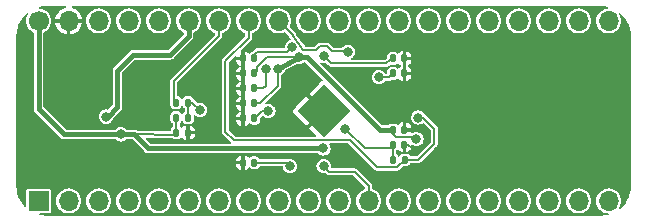
<source format=gbr>
%TF.GenerationSoftware,KiCad,Pcbnew,7.0.8*%
%TF.CreationDate,2023-11-23T17:54:53-08:00*%
%TF.ProjectId,RP2040Breakout,52503230-3430-4427-9265-616b6f75742e,rev?*%
%TF.SameCoordinates,Original*%
%TF.FileFunction,Copper,L2,Bot*%
%TF.FilePolarity,Positive*%
%FSLAX46Y46*%
G04 Gerber Fmt 4.6, Leading zero omitted, Abs format (unit mm)*
G04 Created by KiCad (PCBNEW 7.0.8) date 2023-11-23 17:54:53*
%MOMM*%
%LPD*%
G01*
G04 APERTURE LIST*
G04 Aperture macros list*
%AMRoundRect*
0 Rectangle with rounded corners*
0 $1 Rounding radius*
0 $2 $3 $4 $5 $6 $7 $8 $9 X,Y pos of 4 corners*
0 Add a 4 corners polygon primitive as box body*
4,1,4,$2,$3,$4,$5,$6,$7,$8,$9,$2,$3,0*
0 Add four circle primitives for the rounded corners*
1,1,$1+$1,$2,$3*
1,1,$1+$1,$4,$5*
1,1,$1+$1,$6,$7*
1,1,$1+$1,$8,$9*
0 Add four rect primitives between the rounded corners*
20,1,$1+$1,$2,$3,$4,$5,0*
20,1,$1+$1,$4,$5,$6,$7,0*
20,1,$1+$1,$6,$7,$8,$9,0*
20,1,$1+$1,$8,$9,$2,$3,0*%
%AMRotRect*
0 Rectangle, with rotation*
0 The origin of the aperture is its center*
0 $1 length*
0 $2 width*
0 $3 Rotation angle, in degrees counterclockwise*
0 Add horizontal line*
21,1,$1,$2,0,0,$3*%
G04 Aperture macros list end*
%TA.AperFunction,ComponentPad*%
%ADD10C,0.500000*%
%TD*%
%TA.AperFunction,SMDPad,CuDef*%
%ADD11RotRect,3.200000X3.200000X45.000000*%
%TD*%
%TA.AperFunction,ComponentPad*%
%ADD12C,1.700000*%
%TD*%
%TA.AperFunction,ComponentPad*%
%ADD13O,1.700000X1.700000*%
%TD*%
%TA.AperFunction,SMDPad,CuDef*%
%ADD14RoundRect,0.135000X0.135000X0.185000X-0.135000X0.185000X-0.135000X-0.185000X0.135000X-0.185000X0*%
%TD*%
%TA.AperFunction,SMDPad,CuDef*%
%ADD15RoundRect,0.140000X0.140000X0.170000X-0.140000X0.170000X-0.140000X-0.170000X0.140000X-0.170000X0*%
%TD*%
%TA.AperFunction,SMDPad,CuDef*%
%ADD16RoundRect,0.140000X-0.140000X-0.170000X0.140000X-0.170000X0.140000X0.170000X-0.140000X0.170000X0*%
%TD*%
%TA.AperFunction,SMDPad,CuDef*%
%ADD17RoundRect,0.135000X-0.135000X-0.185000X0.135000X-0.185000X0.135000X0.185000X-0.135000X0.185000X0*%
%TD*%
%TA.AperFunction,ComponentPad*%
%ADD18R,1.700000X1.700000*%
%TD*%
%TA.AperFunction,ViaPad*%
%ADD19C,0.800100*%
%TD*%
%TA.AperFunction,ViaPad*%
%ADD20C,0.600000*%
%TD*%
%TA.AperFunction,Conductor*%
%ADD21C,0.177800*%
%TD*%
%TA.AperFunction,Conductor*%
%ADD22C,0.200000*%
%TD*%
%TA.AperFunction,Conductor*%
%ADD23C,0.406400*%
%TD*%
G04 APERTURE END LIST*
D10*
%TO.P,U3,57,GND*%
%TO.N,GND*%
X24252812Y9017000D03*
X26162000Y7107812D03*
D11*
X26162000Y9017000D03*
D10*
X26162000Y10926188D03*
X28071188Y9017000D03*
%TD*%
D12*
%TO.P,J2,1,Pin_1*%
%TO.N,+3.3V*%
X2032000Y16637000D03*
D13*
%TO.P,J2,2,Pin_2*%
%TO.N,GND*%
X4572000Y16637000D03*
%TO.P,J2,3,Pin_3*%
%TO.N,unconnected-(J2-Pin_3-Pad3)*%
X7112000Y16637000D03*
%TO.P,J2,4,Pin_4*%
%TO.N,USBD+*%
X9652000Y16637000D03*
%TO.P,J2,5,Pin_5*%
%TO.N,USBD-*%
X12192000Y16637000D03*
%TO.P,J2,6,Pin_6*%
%TO.N,+5V*%
X14732000Y16637000D03*
%TO.P,J2,7,Pin_7*%
%TO.N,USB_BOOT*%
X17272000Y16637000D03*
%TO.P,J2,8,Pin_8*%
%TO.N,~{RESET}*%
X19812000Y16637000D03*
%TO.P,J2,9,Pin_9*%
%TO.N,GPIO28*%
X22352000Y16637000D03*
%TO.P,J2,10,Pin_10*%
%TO.N,GPIO29*%
X24892000Y16637000D03*
%TO.P,J2,11,Pin_11*%
%TO.N,GPIO27*%
X27432000Y16637000D03*
%TO.P,J2,12,Pin_12*%
%TO.N,GPIO26*%
X29972000Y16637000D03*
%TO.P,J2,13,Pin_13*%
%TO.N,GPIO25*%
X32512000Y16637000D03*
%TO.P,J2,14,Pin_14*%
%TO.N,GPIO24*%
X35052000Y16637000D03*
%TO.P,J2,15,Pin_15*%
%TO.N,GPIO23*%
X37592000Y16637000D03*
%TO.P,J2,16,Pin_16*%
%TO.N,GPIO22*%
X40132000Y16637000D03*
%TO.P,J2,17,Pin_17*%
%TO.N,GPIO21*%
X42672000Y16637000D03*
%TO.P,J2,18,Pin_18*%
%TO.N,GPIO20*%
X45212000Y16637000D03*
%TO.P,J2,19,Pin_19*%
%TO.N,GPIO19*%
X47752000Y16637000D03*
%TO.P,J2,20,Pin_20*%
%TO.N,GPIO18*%
X50292000Y16637000D03*
%TD*%
D14*
%TO.P,R5,1*%
%TO.N,QSPI_CS*%
X14686375Y8461375D03*
%TO.P,R5,2*%
%TO.N,+3.3V*%
X13666375Y8461375D03*
%TD*%
D15*
%TO.P,C8,1*%
%TO.N,+1V2*%
X20292000Y12192000D03*
%TO.P,C8,2*%
%TO.N,GND*%
X19332000Y12192000D03*
%TD*%
D16*
%TO.P,C7,1*%
%TO.N,+1V2*%
X32032000Y7429500D03*
%TO.P,C7,2*%
%TO.N,GND*%
X32992000Y7429500D03*
%TD*%
D14*
%TO.P,R2,1*%
%TO.N,QSPI_CS*%
X14686375Y9731375D03*
%TO.P,R2,2*%
%TO.N,USB_BOOT*%
X13666375Y9731375D03*
%TD*%
D16*
%TO.P,C14,1*%
%TO.N,+3.3V*%
X32032000Y6159500D03*
%TO.P,C14,2*%
%TO.N,GND*%
X32992000Y6159500D03*
%TD*%
D15*
%TO.P,C10,1*%
%TO.N,+3.3V*%
X20292000Y13462000D03*
%TO.P,C10,2*%
%TO.N,GND*%
X19332000Y13462000D03*
%TD*%
D16*
%TO.P,C5,1*%
%TO.N,+3.3V*%
X13696375Y7191375D03*
%TO.P,C5,2*%
%TO.N,GND*%
X14656375Y7191375D03*
%TD*%
D17*
%TO.P,R1,1*%
%TO.N,+3.3V*%
X32002000Y4889500D03*
%TO.P,R1,2*%
%TO.N,~{RESET}*%
X33022000Y4889500D03*
%TD*%
D15*
%TO.P,C11,1*%
%TO.N,+3.3V*%
X20292000Y8382000D03*
%TO.P,C11,2*%
%TO.N,GND*%
X19332000Y8382000D03*
%TD*%
%TO.P,C9,1*%
%TO.N,+3.3V*%
X20292000Y10922000D03*
%TO.P,C9,2*%
%TO.N,GND*%
X19332000Y10922000D03*
%TD*%
D18*
%TO.P,J1,1,Pin_1*%
%TO.N,GPIO0*%
X2032000Y1397000D03*
D13*
%TO.P,J1,2,Pin_2*%
%TO.N,GPIO1*%
X4572000Y1397000D03*
%TO.P,J1,3,Pin_3*%
%TO.N,GPIO2*%
X7112000Y1397000D03*
%TO.P,J1,4,Pin_4*%
%TO.N,GPIO3*%
X9652000Y1397000D03*
%TO.P,J1,5,Pin_5*%
%TO.N,GPIO4*%
X12192000Y1397000D03*
%TO.P,J1,6,Pin_6*%
%TO.N,GPIO5*%
X14732000Y1397000D03*
%TO.P,J1,7,Pin_7*%
%TO.N,GPIO6*%
X17272000Y1397000D03*
%TO.P,J1,8,Pin_8*%
%TO.N,GPIO7*%
X19812000Y1397000D03*
%TO.P,J1,9,Pin_9*%
%TO.N,GPIO8*%
X22352000Y1397000D03*
%TO.P,J1,10,Pin_10*%
%TO.N,GPIO9*%
X24892000Y1397000D03*
%TO.P,J1,11,Pin_11*%
%TO.N,GPIO10*%
X27432000Y1397000D03*
%TO.P,J1,12,Pin_12*%
%TO.N,GPIO11*%
X29972000Y1397000D03*
%TO.P,J1,13,Pin_13*%
%TO.N,GPIO12*%
X32512000Y1397000D03*
%TO.P,J1,14,Pin_14*%
%TO.N,GPIO13*%
X35052000Y1397000D03*
%TO.P,J1,15,Pin_15*%
%TO.N,GPIO14*%
X37592000Y1397000D03*
%TO.P,J1,16,Pin_16*%
%TO.N,GPIO15*%
X40132000Y1397000D03*
%TO.P,J1,17,Pin_17*%
%TO.N,SWCLK*%
X42672000Y1397000D03*
%TO.P,J1,18,Pin_18*%
%TO.N,SWDIO*%
X45212000Y1397000D03*
%TO.P,J1,19,Pin_19*%
%TO.N,GPIO16*%
X47752000Y1397000D03*
%TO.P,J1,20,Pin_20*%
%TO.N,GPIO17*%
X50292000Y1397000D03*
%TD*%
D15*
%TO.P,C13,1*%
%TO.N,+3.3V*%
X20292000Y4651375D03*
%TO.P,C13,2*%
%TO.N,GND*%
X19332000Y4651375D03*
%TD*%
%TO.P,C6,1*%
%TO.N,+1V2*%
X20292000Y9652000D03*
%TO.P,C6,2*%
%TO.N,GND*%
X19332000Y9652000D03*
%TD*%
D16*
%TO.P,C15,1*%
%TO.N,+3.3V*%
X32032000Y13462000D03*
%TO.P,C15,2*%
%TO.N,GND*%
X32992000Y13462000D03*
%TD*%
%TO.P,C12,1*%
%TO.N,+3.3V*%
X32032000Y12192000D03*
%TO.P,C12,2*%
%TO.N,GND*%
X32992000Y12192000D03*
%TD*%
D19*
%TO.N,GND*%
X46561375Y5365750D03*
X4572000Y11239500D03*
D20*
X41744900Y7340600D03*
D19*
X35845750Y5603875D03*
X1714500Y7112000D03*
X12668250Y11001375D03*
X15843250Y11001375D03*
%TO.N,GPIO28*%
X28225750Y14017625D03*
%TO.N,GPIO11*%
X26162000Y4333875D03*
%TO.N,QSPI_CS*%
X15684500Y9096375D03*
%TO.N,+5V*%
X7747000Y8540750D03*
%TO.N,+3.3V*%
X26147465Y5842000D03*
X30845125Y11874500D03*
X27930606Y7531231D03*
X21478875Y9017000D03*
X21240750Y12588875D03*
X23304500Y4333875D03*
X8978900Y7032625D03*
X23463250Y14414500D03*
X26162000Y13700125D03*
%TO.N,+1V2*%
X22272625Y12588875D03*
X34020125Y6635750D03*
X24098250Y13620750D03*
%TO.N,~{RESET}*%
X34178875Y8461375D03*
%TD*%
D21*
%TO.N,GND*%
X35052000Y6477000D02*
X35052000Y7112000D01*
X4175125Y4651375D02*
X1714500Y7112000D01*
X19304000Y4651375D02*
X4175125Y4651375D01*
X34734500Y7429500D02*
X33020000Y7429500D01*
X35052000Y7112000D02*
X34734500Y7429500D01*
X34417000Y5842000D02*
X35052000Y6477000D01*
X33305750Y6159500D02*
X33623250Y5842000D01*
X33623250Y5842000D02*
X34417000Y5842000D01*
X33020000Y6159500D02*
X33305750Y6159500D01*
%TO.N,GPIO28*%
X25844500Y14493875D02*
X26479500Y14493875D01*
X25844500Y14493875D02*
X25527000Y14176375D01*
D22*
X22352000Y16637000D02*
X23542625Y15446375D01*
D21*
X28225750Y14017625D02*
X28146375Y14097000D01*
X28146375Y14097000D02*
X26876375Y14097000D01*
X26876375Y14097000D02*
X26479500Y14493875D01*
X25527000Y14176375D02*
X24415750Y14176375D01*
X24415750Y14176375D02*
X23542625Y15367000D01*
D22*
X23542625Y15446375D02*
X23542625Y15367000D01*
D21*
%TO.N,GPIO11*%
X28781375Y3857625D02*
X26638250Y3857625D01*
X26638250Y3857625D02*
X26162000Y4333875D01*
X29972000Y2667000D02*
X29972000Y1397000D01*
X28781375Y3857625D02*
X29972000Y2667000D01*
%TO.N,QSPI_CS*%
X15049500Y9731375D02*
X15684500Y9096375D01*
X14684375Y9731375D02*
X15049500Y9731375D01*
X14684375Y8461375D02*
X14684375Y9731375D01*
D23*
%TO.N,+5V*%
X10048875Y13779500D02*
X13144500Y13779500D01*
X8699500Y9334500D02*
X8699500Y12430125D01*
X7905750Y8540750D02*
X8699500Y9334500D01*
X8699500Y12430125D02*
X10048875Y13779500D01*
X14732000Y15367000D02*
X14732000Y16637000D01*
X13144500Y13779500D02*
X14732000Y15367000D01*
X7747000Y8540750D02*
X7905750Y8540750D01*
D21*
%TO.N,+3.3V*%
X13668375Y7191375D02*
X13526375Y7017625D01*
X22987000Y4651375D02*
X23304500Y4333875D01*
X20320000Y10922000D02*
X20541375Y11016375D01*
D23*
X26147465Y5842000D02*
X11318875Y5842000D01*
D21*
X31718250Y11874500D02*
X30845125Y11874500D01*
X32004000Y12192000D02*
X32004000Y12160250D01*
X32004000Y12160250D02*
X31718250Y11874500D01*
X20320000Y13462000D02*
X20320000Y13811250D01*
X23066375Y14017625D02*
X23463250Y14414500D01*
D23*
X4175125Y7032625D02*
X2032000Y9175750D01*
D21*
X21240750Y11160125D02*
X21002625Y10922000D01*
X13526375Y7017625D02*
X10128250Y7032625D01*
X20320000Y8382000D02*
X20923250Y9017000D01*
X29619837Y5842000D02*
X27930606Y7531231D01*
X29619837Y5842000D02*
X31924625Y5842000D01*
D23*
X11318875Y5842000D02*
X10128250Y7032625D01*
D21*
X20526375Y14017625D02*
X23066375Y14017625D01*
X20923250Y9017000D02*
X21478875Y9017000D01*
X21240750Y12588875D02*
X21240750Y11160125D01*
X20320000Y13811250D02*
X20526375Y14017625D01*
X31924625Y5842000D02*
X32004000Y6159500D01*
X13668375Y8461375D02*
X13668375Y7191375D01*
D23*
X10128250Y7032625D02*
X4175125Y7032625D01*
D21*
X26797000Y13065125D02*
X26162000Y13700125D01*
X21002625Y10922000D02*
X20320000Y10922000D01*
X31465125Y13065125D02*
X26797000Y13065125D01*
X32004000Y6159500D02*
X32004000Y4889500D01*
D23*
X2032000Y9175750D02*
X2032000Y16637000D01*
D21*
X20320000Y4651375D02*
X22987000Y4651375D01*
X31465125Y13065125D02*
X32004000Y13462000D01*
%TO.N,+1V2*%
X32004000Y7064375D02*
X32273875Y6794500D01*
D23*
X30924500Y7429500D02*
X32004000Y7429500D01*
D21*
X20320000Y12192000D02*
X20144500Y12286375D01*
X22272625Y11160125D02*
X20764500Y9652000D01*
X32273875Y6794500D02*
X33861375Y6794500D01*
D23*
X24098250Y13620750D02*
X24733250Y13620750D01*
D21*
X22272625Y12588875D02*
X22272625Y11160125D01*
X21399500Y13620750D02*
X20526375Y12747625D01*
X32004000Y7429500D02*
X32004000Y7064375D01*
D23*
X24733250Y13620750D02*
X30924500Y7429500D01*
D21*
X20526375Y12398375D02*
X20320000Y12192000D01*
X33861375Y6794500D02*
X34020125Y6635750D01*
D23*
X22272625Y12588875D02*
X24098250Y13620750D01*
D21*
X20764500Y9652000D02*
X20320000Y9652000D01*
X21399500Y13620750D02*
X24098250Y13620750D01*
X20526375Y12747625D02*
X20526375Y12398375D01*
%TO.N,~{RESET}*%
X30686375Y4254500D02*
X28384500Y6556375D01*
X34575750Y8461375D02*
X35528250Y7508875D01*
X35528250Y7508875D02*
X35528250Y6238875D01*
X32385000Y4254500D02*
X30686375Y4254500D01*
X17827625Y7270750D02*
X17827625Y13223875D01*
X34178875Y4889500D02*
X33020000Y4889500D01*
X18542000Y6556375D02*
X17827625Y7270750D01*
X35528250Y6238875D02*
X34178875Y4889500D01*
X28384500Y6556375D02*
X18542000Y6556375D01*
X33020000Y4889500D02*
X32385000Y4254500D01*
X19812000Y15208250D02*
X19812000Y16637000D01*
X17827625Y13223875D02*
X19812000Y15208250D01*
X34178875Y8461375D02*
X34575750Y8461375D01*
%TO.N,USB_BOOT*%
X17272000Y15367000D02*
X17272000Y16637000D01*
X13668375Y9731375D02*
X13541375Y9731375D01*
X13541375Y9731375D02*
X13462000Y9652000D01*
X13462000Y9652000D02*
X13462000Y11557000D01*
X13462000Y11557000D02*
X17272000Y15367000D01*
%TD*%
%TA.AperFunction,Conductor*%
%TO.N,GND*%
G36*
X4318909Y17863194D02*
G01*
X4337215Y17819000D01*
X4318909Y17774806D01*
X4286199Y17757564D01*
X4254843Y17751703D01*
X4055415Y17674445D01*
X3873575Y17561854D01*
X3715528Y17417774D01*
X3715521Y17417767D01*
X3586649Y17247111D01*
X3586646Y17247105D01*
X3491317Y17055660D01*
X3432789Y16849959D01*
X3432787Y16849948D01*
X3427140Y16789001D01*
X3427141Y16789000D01*
X4095523Y16789000D01*
X4072000Y16708889D01*
X4072000Y16565111D01*
X4095523Y16485000D01*
X3427140Y16485000D01*
X3432787Y16424053D01*
X3432789Y16424042D01*
X3491317Y16218341D01*
X3586646Y16026896D01*
X3586649Y16026890D01*
X3715521Y15856234D01*
X3715528Y15856227D01*
X3873575Y15712147D01*
X4055415Y15599556D01*
X4254842Y15522298D01*
X4420000Y15491426D01*
X4420000Y16156744D01*
X4429685Y16152320D01*
X4536237Y16137000D01*
X4607763Y16137000D01*
X4714315Y16152320D01*
X4724000Y16156744D01*
X4724000Y15491426D01*
X4889157Y15522298D01*
X5088584Y15599556D01*
X5270424Y15712147D01*
X5428471Y15856227D01*
X5428478Y15856234D01*
X5557350Y16026890D01*
X5557353Y16026896D01*
X5652682Y16218341D01*
X5711210Y16424042D01*
X5711212Y16424053D01*
X5716859Y16485000D01*
X5048477Y16485000D01*
X5072000Y16565111D01*
X5072000Y16636999D01*
X6053202Y16636999D01*
X6073546Y16430443D01*
X6073547Y16430438D01*
X6126205Y16256845D01*
X6133798Y16231816D01*
X6176290Y16152320D01*
X6231638Y16048769D01*
X6231642Y16048763D01*
X6363317Y15888317D01*
X6523763Y15756642D01*
X6523765Y15756641D01*
X6523768Y15756639D01*
X6564668Y15734778D01*
X6706816Y15658798D01*
X6905439Y15598547D01*
X7060359Y15583289D01*
X7111999Y15578202D01*
X7112000Y15578202D01*
X7112001Y15578202D01*
X7153312Y15582271D01*
X7318561Y15598547D01*
X7517184Y15658798D01*
X7700237Y15756642D01*
X7860683Y15888317D01*
X7992358Y16048763D01*
X8090202Y16231816D01*
X8150453Y16430439D01*
X8170798Y16636999D01*
X8593202Y16636999D01*
X8613546Y16430443D01*
X8613547Y16430438D01*
X8666205Y16256845D01*
X8673798Y16231816D01*
X8716290Y16152320D01*
X8771638Y16048769D01*
X8771642Y16048763D01*
X8903317Y15888317D01*
X9063763Y15756642D01*
X9063765Y15756641D01*
X9063768Y15756639D01*
X9104668Y15734778D01*
X9246816Y15658798D01*
X9445439Y15598547D01*
X9600359Y15583289D01*
X9651999Y15578202D01*
X9652000Y15578202D01*
X9652001Y15578202D01*
X9693312Y15582271D01*
X9858561Y15598547D01*
X10057184Y15658798D01*
X10240237Y15756642D01*
X10400683Y15888317D01*
X10532358Y16048763D01*
X10630202Y16231816D01*
X10690453Y16430439D01*
X10710798Y16636999D01*
X11133202Y16636999D01*
X11153546Y16430443D01*
X11153547Y16430438D01*
X11206205Y16256845D01*
X11213798Y16231816D01*
X11256290Y16152320D01*
X11311638Y16048769D01*
X11311642Y16048763D01*
X11443317Y15888317D01*
X11603763Y15756642D01*
X11603765Y15756641D01*
X11603768Y15756639D01*
X11644668Y15734778D01*
X11786816Y15658798D01*
X11985439Y15598547D01*
X12140359Y15583289D01*
X12191999Y15578202D01*
X12192000Y15578202D01*
X12192001Y15578202D01*
X12233312Y15582271D01*
X12398561Y15598547D01*
X12597184Y15658798D01*
X12780237Y15756642D01*
X12940683Y15888317D01*
X13072358Y16048763D01*
X13170202Y16231816D01*
X13230453Y16430439D01*
X13250798Y16637000D01*
X13230453Y16843561D01*
X13170202Y17042184D01*
X13072358Y17225237D01*
X12940683Y17385683D01*
X12780237Y17517358D01*
X12780231Y17517362D01*
X12681187Y17570302D01*
X12597184Y17615202D01*
X12597181Y17615203D01*
X12597179Y17615204D01*
X12398562Y17675453D01*
X12398557Y17675454D01*
X12192001Y17695798D01*
X12191999Y17695798D01*
X11985442Y17675454D01*
X11985437Y17675453D01*
X11786820Y17615204D01*
X11603768Y17517362D01*
X11603762Y17517358D01*
X11443317Y17385683D01*
X11311642Y17225238D01*
X11311638Y17225232D01*
X11213796Y17042180D01*
X11153547Y16843563D01*
X11153546Y16843558D01*
X11133202Y16637002D01*
X11133202Y16636999D01*
X10710798Y16636999D01*
X10710798Y16637000D01*
X10690453Y16843561D01*
X10630202Y17042184D01*
X10532358Y17225237D01*
X10400683Y17385683D01*
X10240237Y17517358D01*
X10240231Y17517362D01*
X10141187Y17570302D01*
X10057184Y17615202D01*
X10057181Y17615203D01*
X10057179Y17615204D01*
X9858562Y17675453D01*
X9858557Y17675454D01*
X9652001Y17695798D01*
X9651999Y17695798D01*
X9445442Y17675454D01*
X9445437Y17675453D01*
X9246820Y17615204D01*
X9063768Y17517362D01*
X9063762Y17517358D01*
X8903317Y17385683D01*
X8771642Y17225238D01*
X8771638Y17225232D01*
X8673796Y17042180D01*
X8613547Y16843563D01*
X8613546Y16843558D01*
X8593202Y16637002D01*
X8593202Y16636999D01*
X8170798Y16636999D01*
X8170798Y16637000D01*
X8150453Y16843561D01*
X8090202Y17042184D01*
X7992358Y17225237D01*
X7860683Y17385683D01*
X7700237Y17517358D01*
X7700231Y17517362D01*
X7601187Y17570302D01*
X7517184Y17615202D01*
X7517181Y17615203D01*
X7517179Y17615204D01*
X7318562Y17675453D01*
X7318557Y17675454D01*
X7112001Y17695798D01*
X7111999Y17695798D01*
X6905442Y17675454D01*
X6905437Y17675453D01*
X6706820Y17615204D01*
X6523768Y17517362D01*
X6523762Y17517358D01*
X6363317Y17385683D01*
X6231642Y17225238D01*
X6231638Y17225232D01*
X6133796Y17042180D01*
X6073547Y16843563D01*
X6073546Y16843558D01*
X6053202Y16637002D01*
X6053202Y16636999D01*
X5072000Y16636999D01*
X5072000Y16708889D01*
X5048477Y16789000D01*
X5716859Y16789000D01*
X5716859Y16789001D01*
X5711212Y16849948D01*
X5711210Y16849959D01*
X5652682Y17055660D01*
X5557353Y17247105D01*
X5557350Y17247111D01*
X5428478Y17417767D01*
X5428471Y17417774D01*
X5270424Y17561854D01*
X5088584Y17674445D01*
X4889156Y17751703D01*
X4857801Y17757564D01*
X4817723Y17783679D01*
X4807849Y17830484D01*
X4833964Y17870562D01*
X4869285Y17881500D01*
X49648715Y17881500D01*
X49656055Y17881500D01*
X49657942Y17881443D01*
X49958216Y17863280D01*
X49961931Y17862829D01*
X50232992Y17813155D01*
X50273163Y17787183D01*
X50283202Y17740413D01*
X50257230Y17700242D01*
X50227852Y17689480D01*
X50085442Y17675454D01*
X50085437Y17675453D01*
X49886820Y17615204D01*
X49703768Y17517362D01*
X49703762Y17517358D01*
X49543317Y17385683D01*
X49411642Y17225238D01*
X49411638Y17225232D01*
X49313796Y17042180D01*
X49253547Y16843563D01*
X49253546Y16843558D01*
X49233202Y16637002D01*
X49233202Y16636999D01*
X49253546Y16430443D01*
X49253547Y16430438D01*
X49306205Y16256845D01*
X49313798Y16231816D01*
X49356290Y16152320D01*
X49411638Y16048769D01*
X49411642Y16048763D01*
X49543317Y15888317D01*
X49703763Y15756642D01*
X49703765Y15756641D01*
X49703768Y15756639D01*
X49744668Y15734778D01*
X49886816Y15658798D01*
X50085439Y15598547D01*
X50240359Y15583289D01*
X50291999Y15578202D01*
X50292000Y15578202D01*
X50292001Y15578202D01*
X50333312Y15582271D01*
X50498561Y15598547D01*
X50697184Y15658798D01*
X50880237Y15756642D01*
X51040683Y15888317D01*
X51172358Y16048763D01*
X51270202Y16231816D01*
X51330453Y16430439D01*
X51350798Y16637000D01*
X51330453Y16843561D01*
X51270202Y17042184D01*
X51215381Y17144747D01*
X51180649Y17209727D01*
X51175960Y17257332D01*
X51206307Y17294309D01*
X51253912Y17298998D01*
X51274310Y17288390D01*
X51313953Y17257332D01*
X51322935Y17250295D01*
X51325762Y17247790D01*
X51537797Y17035755D01*
X51540294Y17032936D01*
X51725231Y16796883D01*
X51727369Y16793784D01*
X51778690Y16708889D01*
X51882498Y16537168D01*
X51884254Y16533824D01*
X52007322Y16260377D01*
X52008661Y16256845D01*
X52097870Y15970564D01*
X52098774Y15966897D01*
X52152076Y15676035D01*
X52152825Y15671952D01*
X52153280Y15668203D01*
X52171443Y15367942D01*
X52171500Y15366055D01*
X52171500Y2667946D01*
X52171443Y2666059D01*
X52153280Y2365798D01*
X52152825Y2362049D01*
X52098774Y2067104D01*
X52097870Y2063437D01*
X52008661Y1777156D01*
X52007322Y1773624D01*
X51884254Y1500177D01*
X51882498Y1496833D01*
X51727372Y1240221D01*
X51725227Y1237113D01*
X51540294Y1001065D01*
X51537790Y998238D01*
X51325762Y786211D01*
X51322935Y783706D01*
X51274314Y745613D01*
X51228236Y732768D01*
X51186570Y756267D01*
X51173725Y802345D01*
X51180649Y824274D01*
X51189632Y841083D01*
X51270202Y991816D01*
X51330453Y1190439D01*
X51350798Y1397000D01*
X51330453Y1603561D01*
X51270202Y1802184D01*
X51172358Y1985237D01*
X51040683Y2145683D01*
X50880237Y2277358D01*
X50880231Y2277362D01*
X50721791Y2362049D01*
X50697184Y2375202D01*
X50697181Y2375203D01*
X50697179Y2375204D01*
X50498562Y2435453D01*
X50498557Y2435454D01*
X50292001Y2455798D01*
X50291999Y2455798D01*
X50085442Y2435454D01*
X50085437Y2435453D01*
X49886820Y2375204D01*
X49703768Y2277362D01*
X49703762Y2277358D01*
X49543317Y2145683D01*
X49411642Y1985238D01*
X49411638Y1985232D01*
X49313796Y1802180D01*
X49253547Y1603563D01*
X49253546Y1603558D01*
X49233202Y1397002D01*
X49233202Y1396999D01*
X49253546Y1190443D01*
X49253547Y1190438D01*
X49311849Y998238D01*
X49313798Y991816D01*
X49333587Y954794D01*
X49411638Y808769D01*
X49411642Y808763D01*
X49543317Y648317D01*
X49703763Y516642D01*
X49703765Y516641D01*
X49703768Y516639D01*
X49744668Y494778D01*
X49886816Y418798D01*
X50085439Y358547D01*
X50227853Y344521D01*
X50270039Y321972D01*
X50283925Y276196D01*
X50261376Y234009D01*
X50232992Y220846D01*
X50013276Y180581D01*
X49961947Y171175D01*
X49958202Y170720D01*
X49657942Y152557D01*
X49656055Y152500D01*
X2667945Y152500D01*
X2666058Y152557D01*
X2365797Y170720D01*
X2362054Y171175D01*
X2099307Y219325D01*
X2059138Y245296D01*
X2049098Y292066D01*
X2075070Y332236D01*
X2110574Y343300D01*
X2902063Y343300D01*
X2902064Y343300D01*
X2961480Y355119D01*
X3028860Y400140D01*
X3073881Y467520D01*
X3085700Y526936D01*
X3085700Y1396999D01*
X3513202Y1396999D01*
X3533546Y1190443D01*
X3533547Y1190438D01*
X3591849Y998238D01*
X3593798Y991816D01*
X3613587Y954794D01*
X3691638Y808769D01*
X3691642Y808763D01*
X3823317Y648317D01*
X3983763Y516642D01*
X3983765Y516641D01*
X3983768Y516639D01*
X4024668Y494778D01*
X4166816Y418798D01*
X4365439Y358547D01*
X4507844Y344521D01*
X4571999Y338202D01*
X4572000Y338202D01*
X4572001Y338202D01*
X4613312Y342271D01*
X4778561Y358547D01*
X4977184Y418798D01*
X5160237Y516642D01*
X5320683Y648317D01*
X5452358Y808763D01*
X5550202Y991816D01*
X5610453Y1190439D01*
X5630798Y1396999D01*
X6053202Y1396999D01*
X6073546Y1190443D01*
X6073547Y1190438D01*
X6131849Y998238D01*
X6133798Y991816D01*
X6153587Y954794D01*
X6231638Y808769D01*
X6231642Y808763D01*
X6363317Y648317D01*
X6523763Y516642D01*
X6523765Y516641D01*
X6523768Y516639D01*
X6564668Y494778D01*
X6706816Y418798D01*
X6905439Y358547D01*
X7047844Y344521D01*
X7111999Y338202D01*
X7112000Y338202D01*
X7112001Y338202D01*
X7153312Y342271D01*
X7318561Y358547D01*
X7517184Y418798D01*
X7700237Y516642D01*
X7860683Y648317D01*
X7992358Y808763D01*
X8090202Y991816D01*
X8150453Y1190439D01*
X8170798Y1396999D01*
X8593202Y1396999D01*
X8613546Y1190443D01*
X8613547Y1190438D01*
X8671849Y998238D01*
X8673798Y991816D01*
X8693587Y954794D01*
X8771638Y808769D01*
X8771642Y808763D01*
X8903317Y648317D01*
X9063763Y516642D01*
X9063765Y516641D01*
X9063768Y516639D01*
X9104668Y494778D01*
X9246816Y418798D01*
X9445439Y358547D01*
X9587844Y344521D01*
X9651999Y338202D01*
X9652000Y338202D01*
X9652001Y338202D01*
X9693312Y342271D01*
X9858561Y358547D01*
X10057184Y418798D01*
X10240237Y516642D01*
X10400683Y648317D01*
X10532358Y808763D01*
X10630202Y991816D01*
X10690453Y1190439D01*
X10710798Y1396999D01*
X11133202Y1396999D01*
X11153546Y1190443D01*
X11153547Y1190438D01*
X11211849Y998238D01*
X11213798Y991816D01*
X11233587Y954794D01*
X11311638Y808769D01*
X11311642Y808763D01*
X11443317Y648317D01*
X11603763Y516642D01*
X11603765Y516641D01*
X11603768Y516639D01*
X11644668Y494778D01*
X11786816Y418798D01*
X11985439Y358547D01*
X12127844Y344521D01*
X12191999Y338202D01*
X12192000Y338202D01*
X12192001Y338202D01*
X12233312Y342271D01*
X12398561Y358547D01*
X12597184Y418798D01*
X12780237Y516642D01*
X12940683Y648317D01*
X13072358Y808763D01*
X13170202Y991816D01*
X13230453Y1190439D01*
X13250798Y1396999D01*
X13673202Y1396999D01*
X13693546Y1190443D01*
X13693547Y1190438D01*
X13751849Y998238D01*
X13753798Y991816D01*
X13773587Y954794D01*
X13851638Y808769D01*
X13851642Y808763D01*
X13983317Y648317D01*
X14143763Y516642D01*
X14143765Y516641D01*
X14143768Y516639D01*
X14184668Y494778D01*
X14326816Y418798D01*
X14525439Y358547D01*
X14667844Y344521D01*
X14731999Y338202D01*
X14732000Y338202D01*
X14732001Y338202D01*
X14773312Y342271D01*
X14938561Y358547D01*
X15137184Y418798D01*
X15320237Y516642D01*
X15480683Y648317D01*
X15612358Y808763D01*
X15710202Y991816D01*
X15770453Y1190439D01*
X15790798Y1396999D01*
X16213202Y1396999D01*
X16233546Y1190443D01*
X16233547Y1190438D01*
X16291849Y998238D01*
X16293798Y991816D01*
X16313587Y954794D01*
X16391638Y808769D01*
X16391642Y808763D01*
X16523317Y648317D01*
X16683763Y516642D01*
X16683765Y516641D01*
X16683768Y516639D01*
X16724668Y494778D01*
X16866816Y418798D01*
X17065439Y358547D01*
X17207844Y344521D01*
X17271999Y338202D01*
X17272000Y338202D01*
X17272001Y338202D01*
X17313312Y342271D01*
X17478561Y358547D01*
X17677184Y418798D01*
X17860237Y516642D01*
X18020683Y648317D01*
X18152358Y808763D01*
X18250202Y991816D01*
X18310453Y1190439D01*
X18330798Y1396999D01*
X18753202Y1396999D01*
X18773546Y1190443D01*
X18773547Y1190438D01*
X18831849Y998238D01*
X18833798Y991816D01*
X18853587Y954794D01*
X18931638Y808769D01*
X18931642Y808763D01*
X19063317Y648317D01*
X19223763Y516642D01*
X19223765Y516641D01*
X19223768Y516639D01*
X19264668Y494778D01*
X19406816Y418798D01*
X19605439Y358547D01*
X19747844Y344521D01*
X19811999Y338202D01*
X19812000Y338202D01*
X19812001Y338202D01*
X19853312Y342271D01*
X20018561Y358547D01*
X20217184Y418798D01*
X20400237Y516642D01*
X20560683Y648317D01*
X20692358Y808763D01*
X20790202Y991816D01*
X20850453Y1190439D01*
X20870798Y1396999D01*
X21293202Y1396999D01*
X21313546Y1190443D01*
X21313547Y1190438D01*
X21371849Y998238D01*
X21373798Y991816D01*
X21393587Y954794D01*
X21471638Y808769D01*
X21471642Y808763D01*
X21603317Y648317D01*
X21763763Y516642D01*
X21763765Y516641D01*
X21763768Y516639D01*
X21804668Y494778D01*
X21946816Y418798D01*
X22145439Y358547D01*
X22287844Y344521D01*
X22351999Y338202D01*
X22352000Y338202D01*
X22352001Y338202D01*
X22393312Y342271D01*
X22558561Y358547D01*
X22757184Y418798D01*
X22940237Y516642D01*
X23100683Y648317D01*
X23232358Y808763D01*
X23330202Y991816D01*
X23390453Y1190439D01*
X23410798Y1396999D01*
X23833202Y1396999D01*
X23853546Y1190443D01*
X23853547Y1190438D01*
X23911849Y998238D01*
X23913798Y991816D01*
X23933587Y954794D01*
X24011638Y808769D01*
X24011642Y808763D01*
X24143317Y648317D01*
X24303763Y516642D01*
X24303765Y516641D01*
X24303768Y516639D01*
X24344668Y494778D01*
X24486816Y418798D01*
X24685439Y358547D01*
X24827844Y344521D01*
X24891999Y338202D01*
X24892000Y338202D01*
X24892001Y338202D01*
X24933312Y342271D01*
X25098561Y358547D01*
X25297184Y418798D01*
X25480237Y516642D01*
X25640683Y648317D01*
X25772358Y808763D01*
X25870202Y991816D01*
X25930453Y1190439D01*
X25950798Y1396999D01*
X26373202Y1396999D01*
X26393546Y1190443D01*
X26393547Y1190438D01*
X26451849Y998238D01*
X26453798Y991816D01*
X26473587Y954794D01*
X26551638Y808769D01*
X26551642Y808763D01*
X26683317Y648317D01*
X26843763Y516642D01*
X26843765Y516641D01*
X26843768Y516639D01*
X26884668Y494778D01*
X27026816Y418798D01*
X27225439Y358547D01*
X27367844Y344521D01*
X27431999Y338202D01*
X27432000Y338202D01*
X27432001Y338202D01*
X27473312Y342271D01*
X27638561Y358547D01*
X27837184Y418798D01*
X28020237Y516642D01*
X28180683Y648317D01*
X28312358Y808763D01*
X28410202Y991816D01*
X28470453Y1190439D01*
X28490798Y1397000D01*
X28470453Y1603561D01*
X28410202Y1802184D01*
X28312358Y1985237D01*
X28180683Y2145683D01*
X28020237Y2277358D01*
X28020231Y2277362D01*
X27861791Y2362049D01*
X27837184Y2375202D01*
X27837181Y2375203D01*
X27837179Y2375204D01*
X27638562Y2435453D01*
X27638557Y2435454D01*
X27432001Y2455798D01*
X27431999Y2455798D01*
X27225442Y2435454D01*
X27225437Y2435453D01*
X27026820Y2375204D01*
X26843768Y2277362D01*
X26843762Y2277358D01*
X26683317Y2145683D01*
X26551642Y1985238D01*
X26551638Y1985232D01*
X26453796Y1802180D01*
X26393547Y1603563D01*
X26393546Y1603558D01*
X26373202Y1397002D01*
X26373202Y1396999D01*
X25950798Y1396999D01*
X25950798Y1397000D01*
X25930453Y1603561D01*
X25870202Y1802184D01*
X25772358Y1985237D01*
X25640683Y2145683D01*
X25480237Y2277358D01*
X25480231Y2277362D01*
X25321791Y2362049D01*
X25297184Y2375202D01*
X25297181Y2375203D01*
X25297179Y2375204D01*
X25098562Y2435453D01*
X25098557Y2435454D01*
X24892001Y2455798D01*
X24891999Y2455798D01*
X24685442Y2435454D01*
X24685437Y2435453D01*
X24486820Y2375204D01*
X24303768Y2277362D01*
X24303762Y2277358D01*
X24143317Y2145683D01*
X24011642Y1985238D01*
X24011638Y1985232D01*
X23913796Y1802180D01*
X23853547Y1603563D01*
X23853546Y1603558D01*
X23833202Y1397002D01*
X23833202Y1396999D01*
X23410798Y1396999D01*
X23410798Y1397000D01*
X23390453Y1603561D01*
X23330202Y1802184D01*
X23232358Y1985237D01*
X23100683Y2145683D01*
X22940237Y2277358D01*
X22940231Y2277362D01*
X22781791Y2362049D01*
X22757184Y2375202D01*
X22757181Y2375203D01*
X22757179Y2375204D01*
X22558562Y2435453D01*
X22558557Y2435454D01*
X22352001Y2455798D01*
X22351999Y2455798D01*
X22145442Y2435454D01*
X22145437Y2435453D01*
X21946820Y2375204D01*
X21763768Y2277362D01*
X21763762Y2277358D01*
X21603317Y2145683D01*
X21471642Y1985238D01*
X21471638Y1985232D01*
X21373796Y1802180D01*
X21313547Y1603563D01*
X21313546Y1603558D01*
X21293202Y1397002D01*
X21293202Y1396999D01*
X20870798Y1396999D01*
X20870798Y1397000D01*
X20850453Y1603561D01*
X20790202Y1802184D01*
X20692358Y1985237D01*
X20560683Y2145683D01*
X20400237Y2277358D01*
X20400231Y2277362D01*
X20241791Y2362049D01*
X20217184Y2375202D01*
X20217181Y2375203D01*
X20217179Y2375204D01*
X20018562Y2435453D01*
X20018557Y2435454D01*
X19812001Y2455798D01*
X19811999Y2455798D01*
X19605442Y2435454D01*
X19605437Y2435453D01*
X19406820Y2375204D01*
X19223768Y2277362D01*
X19223762Y2277358D01*
X19063317Y2145683D01*
X18931642Y1985238D01*
X18931638Y1985232D01*
X18833796Y1802180D01*
X18773547Y1603563D01*
X18773546Y1603558D01*
X18753202Y1397002D01*
X18753202Y1396999D01*
X18330798Y1396999D01*
X18330798Y1397000D01*
X18310453Y1603561D01*
X18250202Y1802184D01*
X18152358Y1985237D01*
X18020683Y2145683D01*
X17860237Y2277358D01*
X17860231Y2277362D01*
X17701791Y2362049D01*
X17677184Y2375202D01*
X17677181Y2375203D01*
X17677179Y2375204D01*
X17478562Y2435453D01*
X17478557Y2435454D01*
X17272001Y2455798D01*
X17271999Y2455798D01*
X17065442Y2435454D01*
X17065437Y2435453D01*
X16866820Y2375204D01*
X16683768Y2277362D01*
X16683762Y2277358D01*
X16523317Y2145683D01*
X16391642Y1985238D01*
X16391638Y1985232D01*
X16293796Y1802180D01*
X16233547Y1603563D01*
X16233546Y1603558D01*
X16213202Y1397002D01*
X16213202Y1396999D01*
X15790798Y1396999D01*
X15790798Y1397000D01*
X15770453Y1603561D01*
X15710202Y1802184D01*
X15612358Y1985237D01*
X15480683Y2145683D01*
X15320237Y2277358D01*
X15320231Y2277362D01*
X15161791Y2362049D01*
X15137184Y2375202D01*
X15137181Y2375203D01*
X15137179Y2375204D01*
X14938562Y2435453D01*
X14938557Y2435454D01*
X14732001Y2455798D01*
X14731999Y2455798D01*
X14525442Y2435454D01*
X14525437Y2435453D01*
X14326820Y2375204D01*
X14143768Y2277362D01*
X14143762Y2277358D01*
X13983317Y2145683D01*
X13851642Y1985238D01*
X13851638Y1985232D01*
X13753796Y1802180D01*
X13693547Y1603563D01*
X13693546Y1603558D01*
X13673202Y1397002D01*
X13673202Y1396999D01*
X13250798Y1396999D01*
X13250798Y1397000D01*
X13230453Y1603561D01*
X13170202Y1802184D01*
X13072358Y1985237D01*
X12940683Y2145683D01*
X12780237Y2277358D01*
X12780231Y2277362D01*
X12621791Y2362049D01*
X12597184Y2375202D01*
X12597181Y2375203D01*
X12597179Y2375204D01*
X12398562Y2435453D01*
X12398557Y2435454D01*
X12192001Y2455798D01*
X12191999Y2455798D01*
X11985442Y2435454D01*
X11985437Y2435453D01*
X11786820Y2375204D01*
X11603768Y2277362D01*
X11603762Y2277358D01*
X11443317Y2145683D01*
X11311642Y1985238D01*
X11311638Y1985232D01*
X11213796Y1802180D01*
X11153547Y1603563D01*
X11153546Y1603558D01*
X11133202Y1397002D01*
X11133202Y1396999D01*
X10710798Y1396999D01*
X10710798Y1397000D01*
X10690453Y1603561D01*
X10630202Y1802184D01*
X10532358Y1985237D01*
X10400683Y2145683D01*
X10240237Y2277358D01*
X10240231Y2277362D01*
X10081791Y2362049D01*
X10057184Y2375202D01*
X10057181Y2375203D01*
X10057179Y2375204D01*
X9858562Y2435453D01*
X9858557Y2435454D01*
X9652001Y2455798D01*
X9651999Y2455798D01*
X9445442Y2435454D01*
X9445437Y2435453D01*
X9246820Y2375204D01*
X9063768Y2277362D01*
X9063762Y2277358D01*
X8903317Y2145683D01*
X8771642Y1985238D01*
X8771638Y1985232D01*
X8673796Y1802180D01*
X8613547Y1603563D01*
X8613546Y1603558D01*
X8593202Y1397002D01*
X8593202Y1396999D01*
X8170798Y1396999D01*
X8170798Y1397000D01*
X8150453Y1603561D01*
X8090202Y1802184D01*
X7992358Y1985237D01*
X7860683Y2145683D01*
X7700237Y2277358D01*
X7700231Y2277362D01*
X7541791Y2362049D01*
X7517184Y2375202D01*
X7517181Y2375203D01*
X7517179Y2375204D01*
X7318562Y2435453D01*
X7318557Y2435454D01*
X7112001Y2455798D01*
X7111999Y2455798D01*
X6905442Y2435454D01*
X6905437Y2435453D01*
X6706820Y2375204D01*
X6523768Y2277362D01*
X6523762Y2277358D01*
X6363317Y2145683D01*
X6231642Y1985238D01*
X6231638Y1985232D01*
X6133796Y1802180D01*
X6073547Y1603563D01*
X6073546Y1603558D01*
X6053202Y1397002D01*
X6053202Y1396999D01*
X5630798Y1396999D01*
X5630798Y1397000D01*
X5610453Y1603561D01*
X5550202Y1802184D01*
X5452358Y1985237D01*
X5320683Y2145683D01*
X5160237Y2277358D01*
X5160231Y2277362D01*
X5001791Y2362049D01*
X4977184Y2375202D01*
X4977181Y2375203D01*
X4977179Y2375204D01*
X4778562Y2435453D01*
X4778557Y2435454D01*
X4572001Y2455798D01*
X4571999Y2455798D01*
X4365442Y2435454D01*
X4365437Y2435453D01*
X4166820Y2375204D01*
X3983768Y2277362D01*
X3983762Y2277358D01*
X3823317Y2145683D01*
X3691642Y1985238D01*
X3691638Y1985232D01*
X3593796Y1802180D01*
X3533547Y1603563D01*
X3533546Y1603558D01*
X3513202Y1397002D01*
X3513202Y1396999D01*
X3085700Y1396999D01*
X3085700Y2267064D01*
X3073881Y2326480D01*
X3028860Y2393860D01*
X2961480Y2438881D01*
X2902064Y2450700D01*
X1161936Y2450700D01*
X1132228Y2444791D01*
X1102519Y2438881D01*
X1102518Y2438881D01*
X1035140Y2393860D01*
X990119Y2326482D01*
X990119Y2326481D01*
X978300Y2267064D01*
X978300Y957036D01*
X959994Y912842D01*
X915800Y894536D01*
X871606Y912842D01*
X829654Y954794D01*
X786201Y998247D01*
X783705Y1001065D01*
X635340Y1190438D01*
X598766Y1237122D01*
X596632Y1240214D01*
X441501Y1496833D01*
X439748Y1500170D01*
X316676Y1773625D01*
X315338Y1777156D01*
X226129Y2063437D01*
X225227Y2067095D01*
X171171Y2362069D01*
X170720Y2365784D01*
X152557Y2666059D01*
X152500Y2667946D01*
X152500Y4499375D01*
X18748001Y4499375D01*
X18748001Y4427891D01*
X18750813Y4397899D01*
X18750812Y4397899D01*
X18795019Y4271564D01*
X18795019Y4271563D01*
X18874498Y4163874D01*
X18982188Y4084395D01*
X19108520Y4040189D01*
X19108525Y4040188D01*
X19138523Y4037376D01*
X19180000Y4037377D01*
X19180000Y4499375D01*
X18748001Y4499375D01*
X152500Y4499375D01*
X152500Y4803375D01*
X18748000Y4803375D01*
X19180000Y4803375D01*
X19180000Y5265375D01*
X19484000Y5265375D01*
X19484000Y4037376D01*
X19525484Y4037376D01*
X19555476Y4040188D01*
X19681811Y4084395D01*
X19681812Y4084395D01*
X19789501Y4163873D01*
X19828725Y4217021D01*
X19869697Y4241710D01*
X19916126Y4230196D01*
X19923207Y4224102D01*
X19951818Y4195491D01*
X19951819Y4195491D01*
X19951821Y4195489D01*
X20061672Y4144265D01*
X20061671Y4144265D01*
X20075590Y4142433D01*
X20111728Y4137675D01*
X20111734Y4137675D01*
X20472266Y4137675D01*
X20472272Y4137675D01*
X20522328Y4144265D01*
X20632179Y4195489D01*
X20717886Y4281196D01*
X20737234Y4322690D01*
X20772501Y4355005D01*
X20793878Y4358775D01*
X22637451Y4358775D01*
X22681645Y4340469D01*
X22699416Y4304433D01*
X22716288Y4176272D01*
X22716289Y4176267D01*
X22716290Y4176265D01*
X22758187Y4075115D01*
X22777125Y4029395D01*
X22873899Y3903275D01*
X22970674Y3829018D01*
X23000020Y3806500D01*
X23146890Y3745665D01*
X23146894Y3745665D01*
X23146896Y3745664D01*
X23304497Y3724915D01*
X23304500Y3724915D01*
X23304503Y3724915D01*
X23462103Y3745664D01*
X23462103Y3745665D01*
X23462110Y3745665D01*
X23608980Y3806500D01*
X23735100Y3903275D01*
X23831875Y4029395D01*
X23892710Y4176265D01*
X23901326Y4241710D01*
X23913460Y4333873D01*
X25553040Y4333873D01*
X25573788Y4176272D01*
X25573789Y4176267D01*
X25573790Y4176265D01*
X25615687Y4075115D01*
X25634625Y4029395D01*
X25731399Y3903275D01*
X25828174Y3829018D01*
X25857520Y3806500D01*
X26004390Y3745665D01*
X26004394Y3745665D01*
X26004396Y3745664D01*
X26161997Y3724915D01*
X26162000Y3724915D01*
X26162003Y3724915D01*
X26303899Y3743596D01*
X26350105Y3731216D01*
X26356251Y3725825D01*
X26390392Y3691684D01*
X26396907Y3682630D01*
X26397215Y3682862D01*
X26400704Y3678242D01*
X26435589Y3646440D01*
X26436612Y3645464D01*
X26450521Y3631555D01*
X26454346Y3628935D01*
X26457744Y3626243D01*
X26481548Y3604543D01*
X26494137Y3599667D01*
X26506877Y3592950D01*
X26518011Y3585323D01*
X26518012Y3585323D01*
X26518016Y3585320D01*
X26549380Y3577944D01*
X26553502Y3576668D01*
X26583554Y3565025D01*
X26597056Y3565025D01*
X26611363Y3563366D01*
X26624503Y3560275D01*
X26647790Y3563524D01*
X26656407Y3564725D01*
X26660730Y3565025D01*
X28634288Y3565025D01*
X28678482Y3546719D01*
X29661094Y2564107D01*
X29679400Y2519913D01*
X29679400Y2455708D01*
X29661094Y2411514D01*
X29635044Y2395900D01*
X29566821Y2375204D01*
X29566814Y2375201D01*
X29383768Y2277362D01*
X29383762Y2277358D01*
X29223317Y2145683D01*
X29091642Y1985238D01*
X29091638Y1985232D01*
X28993796Y1802180D01*
X28933547Y1603563D01*
X28933546Y1603558D01*
X28913202Y1397002D01*
X28913202Y1396999D01*
X28933546Y1190443D01*
X28933547Y1190438D01*
X28991849Y998238D01*
X28993798Y991816D01*
X29013587Y954794D01*
X29091638Y808769D01*
X29091642Y808763D01*
X29223317Y648317D01*
X29383763Y516642D01*
X29383765Y516641D01*
X29383768Y516639D01*
X29424668Y494778D01*
X29566816Y418798D01*
X29765439Y358547D01*
X29907844Y344521D01*
X29971999Y338202D01*
X29972000Y338202D01*
X29972001Y338202D01*
X30013312Y342271D01*
X30178561Y358547D01*
X30377184Y418798D01*
X30560237Y516642D01*
X30720683Y648317D01*
X30852358Y808763D01*
X30950202Y991816D01*
X31010453Y1190439D01*
X31030798Y1396999D01*
X31453202Y1396999D01*
X31473546Y1190443D01*
X31473547Y1190438D01*
X31531849Y998238D01*
X31533798Y991816D01*
X31553587Y954794D01*
X31631638Y808769D01*
X31631642Y808763D01*
X31763317Y648317D01*
X31923763Y516642D01*
X31923765Y516641D01*
X31923768Y516639D01*
X31964668Y494778D01*
X32106816Y418798D01*
X32305439Y358547D01*
X32447844Y344521D01*
X32511999Y338202D01*
X32512000Y338202D01*
X32512001Y338202D01*
X32553312Y342271D01*
X32718561Y358547D01*
X32917184Y418798D01*
X33100237Y516642D01*
X33260683Y648317D01*
X33392358Y808763D01*
X33490202Y991816D01*
X33550453Y1190439D01*
X33570798Y1396999D01*
X33993202Y1396999D01*
X34013546Y1190443D01*
X34013547Y1190438D01*
X34071849Y998238D01*
X34073798Y991816D01*
X34093587Y954794D01*
X34171638Y808769D01*
X34171642Y808763D01*
X34303317Y648317D01*
X34463763Y516642D01*
X34463765Y516641D01*
X34463768Y516639D01*
X34504668Y494778D01*
X34646816Y418798D01*
X34845439Y358547D01*
X34987844Y344521D01*
X35051999Y338202D01*
X35052000Y338202D01*
X35052001Y338202D01*
X35093312Y342271D01*
X35258561Y358547D01*
X35457184Y418798D01*
X35640237Y516642D01*
X35800683Y648317D01*
X35932358Y808763D01*
X36030202Y991816D01*
X36090453Y1190439D01*
X36110798Y1396999D01*
X36533202Y1396999D01*
X36553546Y1190443D01*
X36553547Y1190438D01*
X36611849Y998238D01*
X36613798Y991816D01*
X36633587Y954794D01*
X36711638Y808769D01*
X36711642Y808763D01*
X36843317Y648317D01*
X37003763Y516642D01*
X37003765Y516641D01*
X37003768Y516639D01*
X37044668Y494778D01*
X37186816Y418798D01*
X37385439Y358547D01*
X37527844Y344521D01*
X37591999Y338202D01*
X37592000Y338202D01*
X37592001Y338202D01*
X37633312Y342271D01*
X37798561Y358547D01*
X37997184Y418798D01*
X38180237Y516642D01*
X38340683Y648317D01*
X38472358Y808763D01*
X38570202Y991816D01*
X38630453Y1190439D01*
X38650798Y1396999D01*
X39073202Y1396999D01*
X39093546Y1190443D01*
X39093547Y1190438D01*
X39151849Y998238D01*
X39153798Y991816D01*
X39173587Y954794D01*
X39251638Y808769D01*
X39251642Y808763D01*
X39383317Y648317D01*
X39543763Y516642D01*
X39543765Y516641D01*
X39543768Y516639D01*
X39584668Y494778D01*
X39726816Y418798D01*
X39925439Y358547D01*
X40067844Y344521D01*
X40131999Y338202D01*
X40132000Y338202D01*
X40132001Y338202D01*
X40173312Y342271D01*
X40338561Y358547D01*
X40537184Y418798D01*
X40720237Y516642D01*
X40880683Y648317D01*
X41012358Y808763D01*
X41110202Y991816D01*
X41170453Y1190439D01*
X41190798Y1396999D01*
X41613202Y1396999D01*
X41633546Y1190443D01*
X41633547Y1190438D01*
X41691849Y998238D01*
X41693798Y991816D01*
X41713587Y954794D01*
X41791638Y808769D01*
X41791642Y808763D01*
X41923317Y648317D01*
X42083763Y516642D01*
X42083765Y516641D01*
X42083768Y516639D01*
X42124668Y494778D01*
X42266816Y418798D01*
X42465439Y358547D01*
X42607844Y344521D01*
X42671999Y338202D01*
X42672000Y338202D01*
X42672001Y338202D01*
X42713312Y342271D01*
X42878561Y358547D01*
X43077184Y418798D01*
X43260237Y516642D01*
X43420683Y648317D01*
X43552358Y808763D01*
X43650202Y991816D01*
X43710453Y1190439D01*
X43730798Y1396999D01*
X44153202Y1396999D01*
X44173546Y1190443D01*
X44173547Y1190438D01*
X44231849Y998238D01*
X44233798Y991816D01*
X44253587Y954794D01*
X44331638Y808769D01*
X44331642Y808763D01*
X44463317Y648317D01*
X44623763Y516642D01*
X44623765Y516641D01*
X44623768Y516639D01*
X44664668Y494778D01*
X44806816Y418798D01*
X45005439Y358547D01*
X45147844Y344521D01*
X45211999Y338202D01*
X45212000Y338202D01*
X45212001Y338202D01*
X45253312Y342271D01*
X45418561Y358547D01*
X45617184Y418798D01*
X45800237Y516642D01*
X45960683Y648317D01*
X46092358Y808763D01*
X46190202Y991816D01*
X46250453Y1190439D01*
X46270798Y1396999D01*
X46693202Y1396999D01*
X46713546Y1190443D01*
X46713547Y1190438D01*
X46771849Y998238D01*
X46773798Y991816D01*
X46793587Y954794D01*
X46871638Y808769D01*
X46871642Y808763D01*
X47003317Y648317D01*
X47163763Y516642D01*
X47163765Y516641D01*
X47163768Y516639D01*
X47204668Y494778D01*
X47346816Y418798D01*
X47545439Y358547D01*
X47687844Y344521D01*
X47751999Y338202D01*
X47752000Y338202D01*
X47752001Y338202D01*
X47793312Y342271D01*
X47958561Y358547D01*
X48157184Y418798D01*
X48340237Y516642D01*
X48500683Y648317D01*
X48632358Y808763D01*
X48730202Y991816D01*
X48790453Y1190439D01*
X48810798Y1397000D01*
X48790453Y1603561D01*
X48730202Y1802184D01*
X48632358Y1985237D01*
X48500683Y2145683D01*
X48340237Y2277358D01*
X48340231Y2277362D01*
X48181791Y2362049D01*
X48157184Y2375202D01*
X48157181Y2375203D01*
X48157179Y2375204D01*
X47958562Y2435453D01*
X47958557Y2435454D01*
X47752001Y2455798D01*
X47751999Y2455798D01*
X47545442Y2435454D01*
X47545437Y2435453D01*
X47346820Y2375204D01*
X47163768Y2277362D01*
X47163762Y2277358D01*
X47003317Y2145683D01*
X46871642Y1985238D01*
X46871638Y1985232D01*
X46773796Y1802180D01*
X46713547Y1603563D01*
X46713546Y1603558D01*
X46693202Y1397002D01*
X46693202Y1396999D01*
X46270798Y1396999D01*
X46270798Y1397000D01*
X46250453Y1603561D01*
X46190202Y1802184D01*
X46092358Y1985237D01*
X45960683Y2145683D01*
X45800237Y2277358D01*
X45800231Y2277362D01*
X45641791Y2362049D01*
X45617184Y2375202D01*
X45617181Y2375203D01*
X45617179Y2375204D01*
X45418562Y2435453D01*
X45418557Y2435454D01*
X45212001Y2455798D01*
X45211999Y2455798D01*
X45005442Y2435454D01*
X45005437Y2435453D01*
X44806820Y2375204D01*
X44623768Y2277362D01*
X44623762Y2277358D01*
X44463317Y2145683D01*
X44331642Y1985238D01*
X44331638Y1985232D01*
X44233796Y1802180D01*
X44173547Y1603563D01*
X44173546Y1603558D01*
X44153202Y1397002D01*
X44153202Y1396999D01*
X43730798Y1396999D01*
X43730798Y1397000D01*
X43710453Y1603561D01*
X43650202Y1802184D01*
X43552358Y1985237D01*
X43420683Y2145683D01*
X43260237Y2277358D01*
X43260231Y2277362D01*
X43101791Y2362049D01*
X43077184Y2375202D01*
X43077181Y2375203D01*
X43077179Y2375204D01*
X42878562Y2435453D01*
X42878557Y2435454D01*
X42672001Y2455798D01*
X42671999Y2455798D01*
X42465442Y2435454D01*
X42465437Y2435453D01*
X42266820Y2375204D01*
X42083768Y2277362D01*
X42083762Y2277358D01*
X41923317Y2145683D01*
X41791642Y1985238D01*
X41791638Y1985232D01*
X41693796Y1802180D01*
X41633547Y1603563D01*
X41633546Y1603558D01*
X41613202Y1397002D01*
X41613202Y1396999D01*
X41190798Y1396999D01*
X41190798Y1397000D01*
X41170453Y1603561D01*
X41110202Y1802184D01*
X41012358Y1985237D01*
X40880683Y2145683D01*
X40720237Y2277358D01*
X40720231Y2277362D01*
X40561791Y2362049D01*
X40537184Y2375202D01*
X40537181Y2375203D01*
X40537179Y2375204D01*
X40338562Y2435453D01*
X40338557Y2435454D01*
X40132001Y2455798D01*
X40131999Y2455798D01*
X39925442Y2435454D01*
X39925437Y2435453D01*
X39726820Y2375204D01*
X39543768Y2277362D01*
X39543762Y2277358D01*
X39383317Y2145683D01*
X39251642Y1985238D01*
X39251638Y1985232D01*
X39153796Y1802180D01*
X39093547Y1603563D01*
X39093546Y1603558D01*
X39073202Y1397002D01*
X39073202Y1396999D01*
X38650798Y1396999D01*
X38650798Y1397000D01*
X38630453Y1603561D01*
X38570202Y1802184D01*
X38472358Y1985237D01*
X38340683Y2145683D01*
X38180237Y2277358D01*
X38180231Y2277362D01*
X38021791Y2362049D01*
X37997184Y2375202D01*
X37997181Y2375203D01*
X37997179Y2375204D01*
X37798562Y2435453D01*
X37798557Y2435454D01*
X37592001Y2455798D01*
X37591999Y2455798D01*
X37385442Y2435454D01*
X37385437Y2435453D01*
X37186820Y2375204D01*
X37003768Y2277362D01*
X37003762Y2277358D01*
X36843317Y2145683D01*
X36711642Y1985238D01*
X36711638Y1985232D01*
X36613796Y1802180D01*
X36553547Y1603563D01*
X36553546Y1603558D01*
X36533202Y1397002D01*
X36533202Y1396999D01*
X36110798Y1396999D01*
X36110798Y1397000D01*
X36090453Y1603561D01*
X36030202Y1802184D01*
X35932358Y1985237D01*
X35800683Y2145683D01*
X35640237Y2277358D01*
X35640231Y2277362D01*
X35481791Y2362049D01*
X35457184Y2375202D01*
X35457181Y2375203D01*
X35457179Y2375204D01*
X35258562Y2435453D01*
X35258557Y2435454D01*
X35052001Y2455798D01*
X35051999Y2455798D01*
X34845442Y2435454D01*
X34845437Y2435453D01*
X34646820Y2375204D01*
X34463768Y2277362D01*
X34463762Y2277358D01*
X34303317Y2145683D01*
X34171642Y1985238D01*
X34171638Y1985232D01*
X34073796Y1802180D01*
X34013547Y1603563D01*
X34013546Y1603558D01*
X33993202Y1397002D01*
X33993202Y1396999D01*
X33570798Y1396999D01*
X33570798Y1397000D01*
X33550453Y1603561D01*
X33490202Y1802184D01*
X33392358Y1985237D01*
X33260683Y2145683D01*
X33100237Y2277358D01*
X33100231Y2277362D01*
X32941791Y2362049D01*
X32917184Y2375202D01*
X32917181Y2375203D01*
X32917179Y2375204D01*
X32718562Y2435453D01*
X32718557Y2435454D01*
X32512001Y2455798D01*
X32511999Y2455798D01*
X32305442Y2435454D01*
X32305437Y2435453D01*
X32106820Y2375204D01*
X31923768Y2277362D01*
X31923762Y2277358D01*
X31763317Y2145683D01*
X31631642Y1985238D01*
X31631638Y1985232D01*
X31533796Y1802180D01*
X31473547Y1603563D01*
X31473546Y1603558D01*
X31453202Y1397002D01*
X31453202Y1396999D01*
X31030798Y1396999D01*
X31030798Y1397000D01*
X31010453Y1603561D01*
X30950202Y1802184D01*
X30852358Y1985237D01*
X30720683Y2145683D01*
X30560237Y2277358D01*
X30560231Y2277362D01*
X30401791Y2362049D01*
X30377184Y2375202D01*
X30377179Y2375204D01*
X30377178Y2375204D01*
X30308956Y2395900D01*
X30271979Y2426247D01*
X30264600Y2455708D01*
X30264600Y2609078D01*
X30266396Y2620088D01*
X30266013Y2620141D01*
X30266813Y2625877D01*
X30264955Y2666059D01*
X30264632Y2673044D01*
X30264600Y2674459D01*
X30264600Y2694110D01*
X30264600Y2694111D01*
X30263746Y2698672D01*
X30263248Y2702967D01*
X30261761Y2735151D01*
X30256308Y2747500D01*
X30252046Y2761266D01*
X30251709Y2763066D01*
X30249567Y2774530D01*
X30232600Y2801931D01*
X30230595Y2805735D01*
X30217575Y2835224D01*
X30208026Y2844773D01*
X30199084Y2856063D01*
X30191979Y2867539D01*
X30191977Y2867541D01*
X30166271Y2886952D01*
X30163002Y2889797D01*
X29029233Y4023566D01*
X29022719Y4032620D01*
X29022411Y4032386D01*
X29018919Y4037009D01*
X29018919Y4037010D01*
X28984015Y4068829D01*
X28983011Y4069788D01*
X28969104Y4083695D01*
X28965275Y4086319D01*
X28961882Y4089007D01*
X28938079Y4110706D01*
X28938077Y4110707D01*
X28925488Y4115584D01*
X28912745Y4122302D01*
X28901613Y4129928D01*
X28901610Y4129930D01*
X28901609Y4129930D01*
X28890960Y4132435D01*
X28870251Y4137306D01*
X28866113Y4138588D01*
X28836072Y4150225D01*
X28836071Y4150225D01*
X28822569Y4150225D01*
X28808261Y4151885D01*
X28804136Y4152855D01*
X28795120Y4154976D01*
X28763218Y4150525D01*
X28758895Y4150225D01*
X26818050Y4150225D01*
X26773856Y4168531D01*
X26755550Y4212725D01*
X26756085Y4220883D01*
X26770960Y4333873D01*
X26770960Y4333878D01*
X26750211Y4491479D01*
X26750210Y4491481D01*
X26750210Y4491485D01*
X26689375Y4638355D01*
X26665461Y4669521D01*
X26592600Y4764476D01*
X26466480Y4861250D01*
X26361207Y4904855D01*
X26319610Y4922085D01*
X26319608Y4922086D01*
X26319603Y4922087D01*
X26162003Y4942835D01*
X26161997Y4942835D01*
X26004396Y4922087D01*
X26004390Y4922085D01*
X25857519Y4861250D01*
X25731399Y4764476D01*
X25634625Y4638356D01*
X25573790Y4491485D01*
X25573788Y4491479D01*
X25553040Y4333878D01*
X25553040Y4333873D01*
X23913460Y4333873D01*
X23913460Y4333878D01*
X23892711Y4491479D01*
X23892710Y4491481D01*
X23892710Y4491485D01*
X23831875Y4638355D01*
X23807961Y4669521D01*
X23735100Y4764476D01*
X23608980Y4861250D01*
X23503707Y4904855D01*
X23462110Y4922085D01*
X23462108Y4922086D01*
X23462103Y4922087D01*
X23304503Y4942835D01*
X23304497Y4942835D01*
X23146889Y4922086D01*
X23145726Y4921774D01*
X23144967Y4921833D01*
X23142829Y4921551D01*
X23142769Y4922002D01*
X23113321Y4924272D01*
X23112870Y4922354D01*
X23107234Y4923680D01*
X23095905Y4926345D01*
X23075876Y4931056D01*
X23071738Y4932338D01*
X23041697Y4943975D01*
X23041696Y4943975D01*
X23028194Y4943975D01*
X23013886Y4945635D01*
X23009761Y4946605D01*
X23000745Y4948726D01*
X22968843Y4944275D01*
X22964520Y4943975D01*
X20793878Y4943975D01*
X20749684Y4962281D01*
X20737235Y4980060D01*
X20717886Y5021554D01*
X20717884Y5021556D01*
X20717884Y5021557D01*
X20632181Y5107260D01*
X20522327Y5158486D01*
X20522328Y5158486D01*
X20472276Y5165075D01*
X20472272Y5165075D01*
X20111728Y5165075D01*
X20111723Y5165075D01*
X20061672Y5158486D01*
X19951821Y5107261D01*
X19923206Y5078647D01*
X19879011Y5060343D01*
X19834817Y5078650D01*
X19828725Y5085730D01*
X19789501Y5138878D01*
X19681811Y5218356D01*
X19555479Y5262562D01*
X19555474Y5262563D01*
X19525476Y5265375D01*
X19484000Y5265375D01*
X19180000Y5265375D01*
X19179999Y5265376D01*
X19138524Y5265375D01*
X19108523Y5262563D01*
X18982188Y5218356D01*
X18982187Y5218356D01*
X18874498Y5138877D01*
X18795019Y5031188D01*
X18795019Y5031187D01*
X18750813Y4904855D01*
X18750812Y4904850D01*
X18748000Y4874851D01*
X18748000Y4803375D01*
X152500Y4803375D01*
X152500Y15366055D01*
X152557Y15367942D01*
X153860Y15389486D01*
X170720Y15668219D01*
X171171Y15671930D01*
X225228Y15966910D01*
X226129Y15970564D01*
X259714Y16078340D01*
X315339Y16256850D01*
X316677Y16260377D01*
X439751Y16533838D01*
X441497Y16537162D01*
X596637Y16793795D01*
X598760Y16796872D01*
X783711Y17032944D01*
X786193Y17035746D01*
X998245Y17247798D01*
X1001056Y17250289D01*
X1049688Y17288389D01*
X1095763Y17301233D01*
X1137429Y17277734D01*
X1150274Y17231656D01*
X1143350Y17209727D01*
X1053796Y17042180D01*
X993547Y16843563D01*
X993546Y16843558D01*
X973202Y16637002D01*
X973202Y16636999D01*
X993546Y16430443D01*
X993547Y16430438D01*
X1046205Y16256845D01*
X1053798Y16231816D01*
X1096290Y16152320D01*
X1151638Y16048769D01*
X1151642Y16048763D01*
X1283317Y15888317D01*
X1443763Y15756642D01*
X1443765Y15756641D01*
X1443768Y15756639D01*
X1592062Y15677375D01*
X1622409Y15640398D01*
X1625100Y15622255D01*
X1625100Y9111304D01*
X1633599Y9085141D01*
X1635887Y9075610D01*
X1640190Y9048447D01*
X1640190Y9048446D01*
X1640191Y9048444D01*
X1647193Y9034702D01*
X1652678Y9023938D01*
X1656431Y9014876D01*
X1664929Y8988718D01*
X1681095Y8966469D01*
X1686220Y8958107D01*
X1698707Y8933600D01*
X1721634Y8910673D01*
X3911002Y6721304D01*
X3911012Y6721295D01*
X3932975Y6699332D01*
X3957480Y6686846D01*
X3965841Y6681722D01*
X3988090Y6665558D01*
X3988091Y6665558D01*
X3988093Y6665556D01*
X4014259Y6657055D01*
X4023304Y6653308D01*
X4031666Y6649047D01*
X4047816Y6640817D01*
X4047817Y6640817D01*
X4047819Y6640816D01*
X4074996Y6636513D01*
X4084525Y6634224D01*
X4101184Y6628811D01*
X4110678Y6625726D01*
X4141806Y6625726D01*
X4141830Y6625725D01*
X4143101Y6625725D01*
X8499292Y6625725D01*
X8543486Y6607419D01*
X8547630Y6602695D01*
X8548293Y6602031D01*
X8548298Y6602027D01*
X8548300Y6602025D01*
X8674420Y6505250D01*
X8821290Y6444415D01*
X8821294Y6444415D01*
X8821296Y6444414D01*
X8978897Y6423665D01*
X8978900Y6423665D01*
X8978903Y6423665D01*
X9136503Y6444414D01*
X9136503Y6444415D01*
X9136510Y6444415D01*
X9283380Y6505250D01*
X9409500Y6602025D01*
X9409502Y6602029D01*
X9409506Y6602031D01*
X9412401Y6604925D01*
X9413442Y6603884D01*
X9450354Y6625191D01*
X9458508Y6625725D01*
X9933819Y6625725D01*
X9978013Y6607419D01*
X10985583Y5599849D01*
X11076724Y5508708D01*
X11101238Y5496218D01*
X11109581Y5491105D01*
X11131843Y5474930D01*
X11158004Y5466430D01*
X11167068Y5462676D01*
X11191569Y5450191D01*
X11191570Y5450191D01*
X11191572Y5450190D01*
X11218739Y5445887D01*
X11228274Y5443598D01*
X11254429Y5435100D01*
X11286851Y5435100D01*
X25667857Y5435100D01*
X25712051Y5416794D01*
X25716195Y5412070D01*
X25716858Y5411406D01*
X25716863Y5411402D01*
X25716865Y5411400D01*
X25842985Y5314625D01*
X25989855Y5253790D01*
X25989859Y5253790D01*
X25989861Y5253789D01*
X26147462Y5233040D01*
X26147465Y5233040D01*
X26147468Y5233040D01*
X26305068Y5253789D01*
X26305068Y5253790D01*
X26305075Y5253790D01*
X26451945Y5314625D01*
X26578065Y5411400D01*
X26674840Y5537520D01*
X26735675Y5684390D01*
X26744383Y5750533D01*
X26756425Y5841998D01*
X26756425Y5842003D01*
X26735676Y5999604D01*
X26735675Y5999606D01*
X26735675Y5999610D01*
X26674840Y6146480D01*
X26661987Y6163231D01*
X26649608Y6209433D01*
X26673525Y6250860D01*
X26711573Y6263775D01*
X28237413Y6263775D01*
X28281607Y6245469D01*
X30438517Y4088559D01*
X30445032Y4079505D01*
X30445340Y4079737D01*
X30448829Y4075117D01*
X30448830Y4075116D01*
X30448831Y4075115D01*
X30455215Y4069295D01*
X30483714Y4043315D01*
X30484737Y4042339D01*
X30498646Y4028430D01*
X30500122Y4027419D01*
X30502471Y4025810D01*
X30505869Y4023118D01*
X30529673Y4001418D01*
X30542262Y3996542D01*
X30555002Y3989825D01*
X30566136Y3982198D01*
X30566138Y3982197D01*
X30566141Y3982195D01*
X30597506Y3974818D01*
X30601634Y3973540D01*
X30620703Y3966152D01*
X30631678Y3961900D01*
X30631679Y3961900D01*
X30645177Y3961900D01*
X30659484Y3960241D01*
X30672628Y3957149D01*
X30696556Y3960487D01*
X30704537Y3961600D01*
X30708859Y3961900D01*
X32327077Y3961900D01*
X32338085Y3960104D01*
X32338139Y3960487D01*
X32343874Y3959688D01*
X32343875Y3959687D01*
X32343875Y3959688D01*
X32343876Y3959687D01*
X32346786Y3959822D01*
X32391044Y3961868D01*
X32392458Y3961900D01*
X32412110Y3961900D01*
X32412111Y3961900D01*
X32416668Y3962753D01*
X32420969Y3963253D01*
X32453151Y3964739D01*
X32465501Y3970194D01*
X32479257Y3974453D01*
X32492530Y3976933D01*
X32519927Y3993899D01*
X32523741Y3995909D01*
X32553224Y4008925D01*
X32562768Y4018471D01*
X32574062Y4027417D01*
X32585538Y4034521D01*
X32604955Y4060236D01*
X32607789Y4063492D01*
X32891793Y4347494D01*
X32935987Y4365800D01*
X33196682Y4365800D01*
X33196688Y4365800D01*
X33246014Y4372294D01*
X33354267Y4422773D01*
X33438727Y4507233D01*
X33463712Y4560814D01*
X33498980Y4593131D01*
X33520356Y4596900D01*
X34120952Y4596900D01*
X34131960Y4595104D01*
X34132014Y4595487D01*
X34137749Y4594688D01*
X34137750Y4594687D01*
X34137750Y4594688D01*
X34137751Y4594687D01*
X34140661Y4594822D01*
X34184919Y4596868D01*
X34186333Y4596900D01*
X34205985Y4596900D01*
X34205986Y4596900D01*
X34210543Y4597753D01*
X34214844Y4598253D01*
X34247026Y4599739D01*
X34259376Y4605194D01*
X34273132Y4609453D01*
X34286405Y4611933D01*
X34313802Y4628899D01*
X34317616Y4630909D01*
X34347099Y4643925D01*
X34356643Y4653471D01*
X34367937Y4662417D01*
X34379413Y4669521D01*
X34398830Y4695236D01*
X34401664Y4698492D01*
X35694191Y5991019D01*
X35703244Y5997531D01*
X35703011Y5997840D01*
X35707627Y6001328D01*
X35707635Y6001331D01*
X35739442Y6036224D01*
X35740402Y6037230D01*
X35754320Y6051146D01*
X35756941Y6054975D01*
X35759619Y6058357D01*
X35781332Y6082173D01*
X35786207Y6094761D01*
X35792926Y6107506D01*
X35800554Y6118640D01*
X35807930Y6150002D01*
X35809206Y6154126D01*
X35820850Y6184179D01*
X35820850Y6197681D01*
X35822510Y6211991D01*
X35825600Y6225128D01*
X35821150Y6257030D01*
X35820850Y6261352D01*
X35820850Y7450954D01*
X35822646Y7461964D01*
X35822263Y7462017D01*
X35823063Y7467753D01*
X35822793Y7473574D01*
X35820882Y7514920D01*
X35820850Y7516335D01*
X35820850Y7535985D01*
X35820850Y7535986D01*
X35819996Y7540547D01*
X35819498Y7544842D01*
X35818011Y7577026D01*
X35812558Y7589375D01*
X35808296Y7603141D01*
X35806536Y7612556D01*
X35805817Y7616405D01*
X35788850Y7643806D01*
X35786845Y7647610D01*
X35773825Y7677099D01*
X35764276Y7686648D01*
X35755334Y7697938D01*
X35748229Y7709414D01*
X35748227Y7709416D01*
X35722521Y7728827D01*
X35719252Y7731672D01*
X34823608Y8627316D01*
X34817094Y8636370D01*
X34816786Y8636136D01*
X34813294Y8640759D01*
X34813294Y8640760D01*
X34778390Y8672579D01*
X34777386Y8673538D01*
X34763479Y8687445D01*
X34759650Y8690069D01*
X34756257Y8692756D01*
X34734860Y8712262D01*
X34719224Y8734532D01*
X34706250Y8765855D01*
X34638464Y8854196D01*
X34609475Y8891976D01*
X34483355Y8988750D01*
X34464987Y8996358D01*
X34336485Y9049585D01*
X34336483Y9049586D01*
X34336478Y9049587D01*
X34178878Y9070335D01*
X34178872Y9070335D01*
X34021271Y9049587D01*
X34021265Y9049585D01*
X33874394Y8988750D01*
X33748274Y8891976D01*
X33651500Y8765856D01*
X33631149Y8716724D01*
X33590665Y8618985D01*
X33590664Y8618984D01*
X33590663Y8618979D01*
X33569915Y8461378D01*
X33569915Y8461373D01*
X33590663Y8303772D01*
X33590664Y8303767D01*
X33590665Y8303765D01*
X33637797Y8189977D01*
X33651500Y8156895D01*
X33748274Y8030775D01*
X33838125Y7961831D01*
X33874395Y7934000D01*
X34021265Y7873165D01*
X34021269Y7873165D01*
X34021271Y7873164D01*
X34178872Y7852415D01*
X34178875Y7852415D01*
X34178878Y7852415D01*
X34336478Y7873164D01*
X34336478Y7873165D01*
X34336485Y7873165D01*
X34483355Y7934000D01*
X34556414Y7990062D01*
X34602618Y8002442D01*
X34638655Y7984671D01*
X35217344Y7405982D01*
X35235650Y7361788D01*
X35235650Y6385962D01*
X35217344Y6341768D01*
X34075982Y5200406D01*
X34031788Y5182100D01*
X33520356Y5182100D01*
X33476162Y5200406D01*
X33463712Y5218186D01*
X33463157Y5219375D01*
X33438727Y5271767D01*
X33438725Y5271769D01*
X33438725Y5271770D01*
X33354269Y5356226D01*
X33346617Y5359794D01*
X33312599Y5375657D01*
X33246013Y5406707D01*
X33196692Y5413200D01*
X33196688Y5413200D01*
X32847312Y5413200D01*
X32847307Y5413200D01*
X32797986Y5406707D01*
X32689730Y5356226D01*
X32605274Y5271770D01*
X32568644Y5193216D01*
X32533376Y5160899D01*
X32485586Y5162986D01*
X32455356Y5193216D01*
X32443633Y5218356D01*
X32418727Y5271767D01*
X32418725Y5271769D01*
X32418725Y5271770D01*
X32334269Y5356226D01*
X32334267Y5356227D01*
X32332681Y5356967D01*
X32331733Y5358002D01*
X32329790Y5359362D01*
X32330091Y5359794D01*
X32300367Y5392238D01*
X32296600Y5413609D01*
X32296600Y5628555D01*
X32314906Y5672749D01*
X32332686Y5685199D01*
X32372179Y5703614D01*
X32400792Y5732228D01*
X32444983Y5750533D01*
X32489178Y5732229D01*
X32495272Y5725147D01*
X32534497Y5671999D01*
X32642188Y5592520D01*
X32768520Y5548314D01*
X32768525Y5548313D01*
X32798523Y5545501D01*
X32840000Y5545502D01*
X32840000Y6439400D01*
X32858306Y6483594D01*
X32902500Y6501900D01*
X33081500Y6501900D01*
X33125694Y6483594D01*
X33144000Y6439400D01*
X33144000Y5545501D01*
X33185484Y5545501D01*
X33215476Y5548313D01*
X33341811Y5592520D01*
X33341812Y5592520D01*
X33449501Y5671999D01*
X33528980Y5779688D01*
X33528980Y5779689D01*
X33573186Y5906021D01*
X33573187Y5906026D01*
X33575999Y5936025D01*
X33575999Y6088792D01*
X33594305Y6132986D01*
X33638499Y6151292D01*
X33676547Y6138376D01*
X33715643Y6108376D01*
X33715644Y6108376D01*
X33715645Y6108375D01*
X33862515Y6047540D01*
X33862519Y6047540D01*
X33862521Y6047539D01*
X34020122Y6026790D01*
X34020125Y6026790D01*
X34020128Y6026790D01*
X34177728Y6047539D01*
X34177728Y6047540D01*
X34177735Y6047540D01*
X34324605Y6108375D01*
X34450725Y6205150D01*
X34547500Y6331270D01*
X34608335Y6478140D01*
X34627765Y6625725D01*
X34629085Y6635748D01*
X34629085Y6635753D01*
X34608336Y6793354D01*
X34608335Y6793356D01*
X34608335Y6793360D01*
X34547500Y6940230D01*
X34498678Y7003856D01*
X34450725Y7066351D01*
X34324605Y7163125D01*
X34267047Y7186966D01*
X34177735Y7223960D01*
X34177733Y7223961D01*
X34177728Y7223962D01*
X34020128Y7244710D01*
X34020122Y7244710D01*
X33862521Y7223962D01*
X33862515Y7223960D01*
X33715644Y7163125D01*
X33674486Y7131544D01*
X33628280Y7119164D01*
X33586854Y7143082D01*
X33574212Y7186966D01*
X33576000Y7206029D01*
X33576000Y7277500D01*
X33144000Y7277500D01*
X33144000Y7149600D01*
X33125694Y7105406D01*
X33081500Y7087100D01*
X32902500Y7087100D01*
X32858306Y7105406D01*
X32840000Y7149600D01*
X32840000Y8043500D01*
X33144000Y8043500D01*
X33144000Y7581500D01*
X33575999Y7581500D01*
X33575999Y7652985D01*
X33573186Y7682977D01*
X33573187Y7682977D01*
X33528980Y7809312D01*
X33528980Y7809313D01*
X33449501Y7917002D01*
X33341811Y7996481D01*
X33215479Y8040687D01*
X33215474Y8040688D01*
X33185476Y8043500D01*
X33144000Y8043500D01*
X32840000Y8043500D01*
X32839999Y8043501D01*
X32798524Y8043500D01*
X32768523Y8040688D01*
X32642188Y7996481D01*
X32642187Y7996481D01*
X32534497Y7917002D01*
X32495272Y7863854D01*
X32454299Y7839166D01*
X32407871Y7850681D01*
X32400790Y7856775D01*
X32372181Y7885385D01*
X32262327Y7936611D01*
X32262328Y7936611D01*
X32212276Y7943200D01*
X32212272Y7943200D01*
X31851728Y7943200D01*
X31851723Y7943200D01*
X31801672Y7936611D01*
X31691820Y7885386D01*
X31681325Y7874890D01*
X31661140Y7854706D01*
X31616948Y7836400D01*
X31118931Y7836400D01*
X31074737Y7854706D01*
X25907575Y13021868D01*
X25889269Y13066062D01*
X25907575Y13110256D01*
X25951769Y13128562D01*
X25975687Y13123804D01*
X26004390Y13111915D01*
X26004394Y13111915D01*
X26004396Y13111914D01*
X26161997Y13091165D01*
X26162000Y13091165D01*
X26162003Y13091165D01*
X26303899Y13109846D01*
X26350105Y13097466D01*
X26356251Y13092075D01*
X26549142Y12899184D01*
X26555657Y12890130D01*
X26555965Y12890362D01*
X26559454Y12885742D01*
X26559455Y12885741D01*
X26559456Y12885740D01*
X26575089Y12871489D01*
X26594339Y12853940D01*
X26595362Y12852964D01*
X26609271Y12839055D01*
X26613096Y12836435D01*
X26616494Y12833743D01*
X26640298Y12812043D01*
X26652887Y12807167D01*
X26665627Y12800450D01*
X26676761Y12792823D01*
X26676763Y12792822D01*
X26676766Y12792820D01*
X26708131Y12785443D01*
X26712259Y12784165D01*
X26731328Y12776777D01*
X26742303Y12772525D01*
X26742304Y12772525D01*
X26755802Y12772525D01*
X26770109Y12770866D01*
X26783253Y12767774D01*
X26806872Y12771070D01*
X26815162Y12772225D01*
X26819484Y12772525D01*
X31448208Y12772525D01*
X31451467Y12772355D01*
X31489031Y12768419D01*
X31529253Y12779343D01*
X31531678Y12779899D01*
X31572655Y12787558D01*
X31575188Y12789127D01*
X31591720Y12796308D01*
X31592070Y12796404D01*
X31594600Y12797090D01*
X31628181Y12821825D01*
X31630218Y12823202D01*
X31665663Y12845146D01*
X31667463Y12847531D01*
X31680271Y12860187D01*
X31787503Y12939163D01*
X31832723Y12950803D01*
X31851728Y12948300D01*
X31851733Y12948300D01*
X32212266Y12948300D01*
X32212272Y12948300D01*
X32262328Y12954890D01*
X32372179Y13006114D01*
X32400792Y13034728D01*
X32444983Y13053033D01*
X32489178Y13034729D01*
X32495272Y13027647D01*
X32534497Y12974499D01*
X32642188Y12895020D01*
X32667984Y12885993D01*
X32703653Y12854118D01*
X32706335Y12806358D01*
X32674460Y12770689D01*
X32667984Y12768007D01*
X32642188Y12758981D01*
X32642187Y12758981D01*
X32534497Y12679502D01*
X32495272Y12626354D01*
X32454299Y12601666D01*
X32407871Y12613181D01*
X32400790Y12619275D01*
X32372181Y12647885D01*
X32262327Y12699111D01*
X32262328Y12699111D01*
X32212276Y12705700D01*
X32212272Y12705700D01*
X31851728Y12705700D01*
X31851723Y12705700D01*
X31801672Y12699111D01*
X31691818Y12647885D01*
X31606115Y12562182D01*
X31554889Y12452328D01*
X31548300Y12402277D01*
X31548300Y12229600D01*
X31529994Y12185406D01*
X31485800Y12167100D01*
X31412437Y12167100D01*
X31368243Y12185406D01*
X31362852Y12191553D01*
X31352634Y12204869D01*
X31328982Y12235694D01*
X31275725Y12305101D01*
X31149605Y12401875D01*
X31116747Y12415485D01*
X31002735Y12462710D01*
X31002733Y12462711D01*
X31002728Y12462712D01*
X30845128Y12483460D01*
X30845122Y12483460D01*
X30687521Y12462712D01*
X30687515Y12462710D01*
X30540644Y12401875D01*
X30414524Y12305101D01*
X30317750Y12178981D01*
X30256915Y12032110D01*
X30256913Y12032104D01*
X30236165Y11874503D01*
X30236165Y11874498D01*
X30256913Y11716897D01*
X30256914Y11716892D01*
X30256915Y11716890D01*
X30312006Y11583887D01*
X30317750Y11570020D01*
X30414524Y11443900D01*
X30459352Y11409503D01*
X30540645Y11347125D01*
X30687515Y11286290D01*
X30687519Y11286290D01*
X30687521Y11286289D01*
X30845122Y11265540D01*
X30845125Y11265540D01*
X30845128Y11265540D01*
X31002728Y11286289D01*
X31002728Y11286290D01*
X31002735Y11286290D01*
X31149605Y11347125D01*
X31275725Y11443900D01*
X31362852Y11557448D01*
X31404279Y11581365D01*
X31412437Y11581900D01*
X31660327Y11581900D01*
X31671335Y11580104D01*
X31671389Y11580487D01*
X31677124Y11579688D01*
X31677125Y11579687D01*
X31677125Y11579688D01*
X31677126Y11579687D01*
X31680036Y11579822D01*
X31724294Y11581868D01*
X31725708Y11581900D01*
X31745360Y11581900D01*
X31745361Y11581900D01*
X31749918Y11582753D01*
X31754219Y11583253D01*
X31786401Y11584739D01*
X31798751Y11590194D01*
X31812507Y11594453D01*
X31825780Y11596933D01*
X31853177Y11613899D01*
X31856991Y11615909D01*
X31886474Y11628925D01*
X31896018Y11638471D01*
X31907312Y11647417D01*
X31918788Y11654521D01*
X31918789Y11654522D01*
X31923069Y11658423D01*
X31924240Y11657138D01*
X31959233Y11677701D01*
X31967867Y11678300D01*
X32212266Y11678300D01*
X32212272Y11678300D01*
X32262328Y11684890D01*
X32372179Y11736114D01*
X32400792Y11764728D01*
X32444983Y11783033D01*
X32489178Y11764729D01*
X32495272Y11757647D01*
X32534497Y11704499D01*
X32642188Y11625020D01*
X32768520Y11580814D01*
X32768525Y11580813D01*
X32798523Y11578001D01*
X32840000Y11578002D01*
X32840000Y12040000D01*
X33144000Y12040000D01*
X33144000Y11578001D01*
X33185484Y11578001D01*
X33215476Y11580813D01*
X33341811Y11625020D01*
X33341812Y11625020D01*
X33449501Y11704499D01*
X33528980Y11812188D01*
X33528980Y11812189D01*
X33573186Y11938521D01*
X33573187Y11938526D01*
X33576000Y11968525D01*
X33576000Y12040000D01*
X33144000Y12040000D01*
X32840000Y12040000D01*
X32840000Y13310000D01*
X33144000Y13310000D01*
X33144000Y12344000D01*
X33575999Y12344000D01*
X33575999Y12415485D01*
X33573186Y12445477D01*
X33573187Y12445477D01*
X33528980Y12571812D01*
X33528980Y12571813D01*
X33449501Y12679502D01*
X33341812Y12758981D01*
X33341809Y12758983D01*
X33316013Y12768009D01*
X33280346Y12799884D01*
X33277665Y12847645D01*
X33309540Y12883312D01*
X33316017Y12885995D01*
X33341813Y12895021D01*
X33449501Y12974499D01*
X33528980Y13082188D01*
X33528980Y13082189D01*
X33573186Y13208521D01*
X33573187Y13208526D01*
X33576000Y13238525D01*
X33576000Y13310000D01*
X33144000Y13310000D01*
X32840000Y13310000D01*
X32840000Y14076000D01*
X33144000Y14076000D01*
X33144000Y13614000D01*
X33575999Y13614000D01*
X33575999Y13685485D01*
X33573186Y13715477D01*
X33573187Y13715477D01*
X33528980Y13841812D01*
X33528980Y13841813D01*
X33449501Y13949502D01*
X33341811Y14028981D01*
X33215479Y14073187D01*
X33215474Y14073188D01*
X33185476Y14076000D01*
X33144000Y14076000D01*
X32840000Y14076000D01*
X32839999Y14076001D01*
X32798524Y14076000D01*
X32768523Y14073188D01*
X32642188Y14028981D01*
X32642187Y14028981D01*
X32534497Y13949502D01*
X32495272Y13896354D01*
X32454299Y13871666D01*
X32407871Y13883181D01*
X32400790Y13889275D01*
X32372181Y13917885D01*
X32262327Y13969111D01*
X32262328Y13969111D01*
X32212276Y13975700D01*
X32212272Y13975700D01*
X31851728Y13975700D01*
X31851723Y13975700D01*
X31801672Y13969111D01*
X31691818Y13917885D01*
X31606115Y13832182D01*
X31554889Y13722328D01*
X31548300Y13672277D01*
X31548300Y13521366D01*
X31529994Y13477172D01*
X31522864Y13471042D01*
X31385536Y13369901D01*
X31348472Y13357725D01*
X28524495Y13357725D01*
X28480301Y13376031D01*
X28461995Y13420225D01*
X28480301Y13464419D01*
X28500574Y13477967D01*
X28530230Y13490250D01*
X28656350Y13587025D01*
X28753125Y13713145D01*
X28813960Y13860015D01*
X28821579Y13917886D01*
X28834710Y14017623D01*
X28834710Y14017628D01*
X28813961Y14175229D01*
X28813960Y14175231D01*
X28813960Y14175235D01*
X28753125Y14322105D01*
X28730607Y14351451D01*
X28656350Y14448226D01*
X28530230Y14545000D01*
X28383360Y14605835D01*
X28383358Y14605836D01*
X28383353Y14605837D01*
X28225753Y14626585D01*
X28225747Y14626585D01*
X28068146Y14605837D01*
X28068140Y14605835D01*
X27921269Y14545000D01*
X27795153Y14448229D01*
X27795151Y14448226D01*
X27795150Y14448225D01*
X27768928Y14414052D01*
X27727502Y14390135D01*
X27719344Y14389600D01*
X27023462Y14389600D01*
X26979268Y14407906D01*
X26727358Y14659816D01*
X26720844Y14668870D01*
X26720536Y14668636D01*
X26717044Y14673259D01*
X26717044Y14673260D01*
X26682140Y14705079D01*
X26681136Y14706038D01*
X26667229Y14719945D01*
X26663400Y14722569D01*
X26660007Y14725257D01*
X26636204Y14746956D01*
X26636202Y14746957D01*
X26623613Y14751834D01*
X26610870Y14758552D01*
X26599738Y14766178D01*
X26599735Y14766180D01*
X26599734Y14766180D01*
X26589085Y14768685D01*
X26568376Y14773556D01*
X26564238Y14774838D01*
X26534197Y14786475D01*
X26534196Y14786475D01*
X26520694Y14786475D01*
X26506386Y14788135D01*
X26502261Y14789105D01*
X26493245Y14791226D01*
X26461343Y14786775D01*
X26457020Y14786475D01*
X25902423Y14786475D01*
X25891414Y14788272D01*
X25891361Y14787888D01*
X25885623Y14788689D01*
X25856936Y14787362D01*
X25838455Y14786508D01*
X25837042Y14786475D01*
X25817384Y14786475D01*
X25812824Y14785622D01*
X25808523Y14785124D01*
X25776350Y14783637D01*
X25763995Y14778182D01*
X25750242Y14773924D01*
X25736973Y14771443D01*
X25736970Y14771443D01*
X25736970Y14771442D01*
X25716152Y14758552D01*
X25709575Y14754480D01*
X25705743Y14752461D01*
X25676277Y14739451D01*
X25676274Y14739449D01*
X25666727Y14729902D01*
X25655440Y14720962D01*
X25643963Y14713856D01*
X25624544Y14688143D01*
X25621701Y14684875D01*
X25424107Y14487281D01*
X25379913Y14468975D01*
X24595692Y14468975D01*
X24551498Y14487281D01*
X24545292Y14494515D01*
X23858425Y15431152D01*
X23846325Y15468112D01*
X23846325Y15474519D01*
X23846324Y15474523D01*
X23845426Y15479329D01*
X23844926Y15483637D01*
X23844715Y15488199D01*
X23843379Y15517112D01*
X23837608Y15530182D01*
X23833348Y15543942D01*
X23830723Y15557984D01*
X23830723Y15557985D01*
X23828589Y15561431D01*
X23813067Y15586499D01*
X23811054Y15590320D01*
X23806976Y15599556D01*
X23797516Y15620980D01*
X23787419Y15631077D01*
X23778474Y15642369D01*
X23770949Y15654522D01*
X23744192Y15674728D01*
X23740923Y15677573D01*
X23312985Y16105511D01*
X23294679Y16149705D01*
X23302058Y16179165D01*
X23330202Y16231816D01*
X23390453Y16430439D01*
X23410798Y16636999D01*
X23833202Y16636999D01*
X23853546Y16430443D01*
X23853547Y16430438D01*
X23906205Y16256845D01*
X23913798Y16231816D01*
X23956290Y16152320D01*
X24011638Y16048769D01*
X24011642Y16048763D01*
X24143317Y15888317D01*
X24303763Y15756642D01*
X24303765Y15756641D01*
X24303768Y15756639D01*
X24344668Y15734778D01*
X24486816Y15658798D01*
X24685439Y15598547D01*
X24840359Y15583289D01*
X24891999Y15578202D01*
X24892000Y15578202D01*
X24892001Y15578202D01*
X24933312Y15582271D01*
X25098561Y15598547D01*
X25297184Y15658798D01*
X25480237Y15756642D01*
X25640683Y15888317D01*
X25772358Y16048763D01*
X25870202Y16231816D01*
X25930453Y16430439D01*
X25950798Y16636999D01*
X26373202Y16636999D01*
X26393546Y16430443D01*
X26393547Y16430438D01*
X26446205Y16256845D01*
X26453798Y16231816D01*
X26496290Y16152320D01*
X26551638Y16048769D01*
X26551642Y16048763D01*
X26683317Y15888317D01*
X26843763Y15756642D01*
X26843765Y15756641D01*
X26843768Y15756639D01*
X26884668Y15734778D01*
X27026816Y15658798D01*
X27225439Y15598547D01*
X27380359Y15583289D01*
X27431999Y15578202D01*
X27432000Y15578202D01*
X27432001Y15578202D01*
X27473312Y15582271D01*
X27638561Y15598547D01*
X27837184Y15658798D01*
X28020237Y15756642D01*
X28180683Y15888317D01*
X28312358Y16048763D01*
X28410202Y16231816D01*
X28470453Y16430439D01*
X28490798Y16636999D01*
X28913202Y16636999D01*
X28933546Y16430443D01*
X28933547Y16430438D01*
X28986205Y16256845D01*
X28993798Y16231816D01*
X29036290Y16152320D01*
X29091638Y16048769D01*
X29091642Y16048763D01*
X29223317Y15888317D01*
X29383763Y15756642D01*
X29383765Y15756641D01*
X29383768Y15756639D01*
X29424668Y15734778D01*
X29566816Y15658798D01*
X29765439Y15598547D01*
X29920359Y15583289D01*
X29971999Y15578202D01*
X29972000Y15578202D01*
X29972001Y15578202D01*
X30013312Y15582271D01*
X30178561Y15598547D01*
X30377184Y15658798D01*
X30560237Y15756642D01*
X30720683Y15888317D01*
X30852358Y16048763D01*
X30950202Y16231816D01*
X31010453Y16430439D01*
X31030798Y16636999D01*
X31453202Y16636999D01*
X31473546Y16430443D01*
X31473547Y16430438D01*
X31526205Y16256845D01*
X31533798Y16231816D01*
X31576290Y16152320D01*
X31631638Y16048769D01*
X31631642Y16048763D01*
X31763317Y15888317D01*
X31923763Y15756642D01*
X31923765Y15756641D01*
X31923768Y15756639D01*
X31964668Y15734778D01*
X32106816Y15658798D01*
X32305439Y15598547D01*
X32460359Y15583289D01*
X32511999Y15578202D01*
X32512000Y15578202D01*
X32512001Y15578202D01*
X32553312Y15582271D01*
X32718561Y15598547D01*
X32917184Y15658798D01*
X33100237Y15756642D01*
X33260683Y15888317D01*
X33392358Y16048763D01*
X33490202Y16231816D01*
X33550453Y16430439D01*
X33570798Y16636999D01*
X33993202Y16636999D01*
X34013546Y16430443D01*
X34013547Y16430438D01*
X34066205Y16256845D01*
X34073798Y16231816D01*
X34116290Y16152320D01*
X34171638Y16048769D01*
X34171642Y16048763D01*
X34303317Y15888317D01*
X34463763Y15756642D01*
X34463765Y15756641D01*
X34463768Y15756639D01*
X34504668Y15734778D01*
X34646816Y15658798D01*
X34845439Y15598547D01*
X35000359Y15583289D01*
X35051999Y15578202D01*
X35052000Y15578202D01*
X35052001Y15578202D01*
X35093312Y15582271D01*
X35258561Y15598547D01*
X35457184Y15658798D01*
X35640237Y15756642D01*
X35800683Y15888317D01*
X35932358Y16048763D01*
X36030202Y16231816D01*
X36090453Y16430439D01*
X36110798Y16636999D01*
X36533202Y16636999D01*
X36553546Y16430443D01*
X36553547Y16430438D01*
X36606205Y16256845D01*
X36613798Y16231816D01*
X36656290Y16152320D01*
X36711638Y16048769D01*
X36711642Y16048763D01*
X36843317Y15888317D01*
X37003763Y15756642D01*
X37003765Y15756641D01*
X37003768Y15756639D01*
X37044668Y15734778D01*
X37186816Y15658798D01*
X37385439Y15598547D01*
X37540359Y15583289D01*
X37591999Y15578202D01*
X37592000Y15578202D01*
X37592001Y15578202D01*
X37633312Y15582271D01*
X37798561Y15598547D01*
X37997184Y15658798D01*
X38180237Y15756642D01*
X38340683Y15888317D01*
X38472358Y16048763D01*
X38570202Y16231816D01*
X38630453Y16430439D01*
X38650798Y16636999D01*
X39073202Y16636999D01*
X39093546Y16430443D01*
X39093547Y16430438D01*
X39146205Y16256845D01*
X39153798Y16231816D01*
X39196290Y16152320D01*
X39251638Y16048769D01*
X39251642Y16048763D01*
X39383317Y15888317D01*
X39543763Y15756642D01*
X39543765Y15756641D01*
X39543768Y15756639D01*
X39584668Y15734778D01*
X39726816Y15658798D01*
X39925439Y15598547D01*
X40080359Y15583289D01*
X40131999Y15578202D01*
X40132000Y15578202D01*
X40132001Y15578202D01*
X40173312Y15582271D01*
X40338561Y15598547D01*
X40537184Y15658798D01*
X40720237Y15756642D01*
X40880683Y15888317D01*
X41012358Y16048763D01*
X41110202Y16231816D01*
X41170453Y16430439D01*
X41190798Y16636999D01*
X41613202Y16636999D01*
X41633546Y16430443D01*
X41633547Y16430438D01*
X41686205Y16256845D01*
X41693798Y16231816D01*
X41736290Y16152320D01*
X41791638Y16048769D01*
X41791642Y16048763D01*
X41923317Y15888317D01*
X42083763Y15756642D01*
X42083765Y15756641D01*
X42083768Y15756639D01*
X42124668Y15734778D01*
X42266816Y15658798D01*
X42465439Y15598547D01*
X42620359Y15583289D01*
X42671999Y15578202D01*
X42672000Y15578202D01*
X42672001Y15578202D01*
X42713312Y15582271D01*
X42878561Y15598547D01*
X43077184Y15658798D01*
X43260237Y15756642D01*
X43420683Y15888317D01*
X43552358Y16048763D01*
X43650202Y16231816D01*
X43710453Y16430439D01*
X43730798Y16636999D01*
X44153202Y16636999D01*
X44173546Y16430443D01*
X44173547Y16430438D01*
X44226205Y16256845D01*
X44233798Y16231816D01*
X44276290Y16152320D01*
X44331638Y16048769D01*
X44331642Y16048763D01*
X44463317Y15888317D01*
X44623763Y15756642D01*
X44623765Y15756641D01*
X44623768Y15756639D01*
X44664668Y15734778D01*
X44806816Y15658798D01*
X45005439Y15598547D01*
X45160359Y15583289D01*
X45211999Y15578202D01*
X45212000Y15578202D01*
X45212001Y15578202D01*
X45253312Y15582271D01*
X45418561Y15598547D01*
X45617184Y15658798D01*
X45800237Y15756642D01*
X45960683Y15888317D01*
X46092358Y16048763D01*
X46190202Y16231816D01*
X46250453Y16430439D01*
X46270798Y16636999D01*
X46693202Y16636999D01*
X46713546Y16430443D01*
X46713547Y16430438D01*
X46766205Y16256845D01*
X46773798Y16231816D01*
X46816290Y16152320D01*
X46871638Y16048769D01*
X46871642Y16048763D01*
X47003317Y15888317D01*
X47163763Y15756642D01*
X47163765Y15756641D01*
X47163768Y15756639D01*
X47204668Y15734778D01*
X47346816Y15658798D01*
X47545439Y15598547D01*
X47700359Y15583289D01*
X47751999Y15578202D01*
X47752000Y15578202D01*
X47752001Y15578202D01*
X47793312Y15582271D01*
X47958561Y15598547D01*
X48157184Y15658798D01*
X48340237Y15756642D01*
X48500683Y15888317D01*
X48632358Y16048763D01*
X48730202Y16231816D01*
X48790453Y16430439D01*
X48810798Y16637000D01*
X48790453Y16843561D01*
X48730202Y17042184D01*
X48632358Y17225237D01*
X48500683Y17385683D01*
X48340237Y17517358D01*
X48340231Y17517362D01*
X48241187Y17570302D01*
X48157184Y17615202D01*
X48157181Y17615203D01*
X48157179Y17615204D01*
X47958562Y17675453D01*
X47958557Y17675454D01*
X47752001Y17695798D01*
X47751999Y17695798D01*
X47545442Y17675454D01*
X47545437Y17675453D01*
X47346820Y17615204D01*
X47163768Y17517362D01*
X47163762Y17517358D01*
X47003317Y17385683D01*
X46871642Y17225238D01*
X46871638Y17225232D01*
X46773796Y17042180D01*
X46713547Y16843563D01*
X46713546Y16843558D01*
X46693202Y16637002D01*
X46693202Y16636999D01*
X46270798Y16636999D01*
X46270798Y16637000D01*
X46250453Y16843561D01*
X46190202Y17042184D01*
X46092358Y17225237D01*
X45960683Y17385683D01*
X45800237Y17517358D01*
X45800231Y17517362D01*
X45701187Y17570302D01*
X45617184Y17615202D01*
X45617181Y17615203D01*
X45617179Y17615204D01*
X45418562Y17675453D01*
X45418557Y17675454D01*
X45212001Y17695798D01*
X45211999Y17695798D01*
X45005442Y17675454D01*
X45005437Y17675453D01*
X44806820Y17615204D01*
X44623768Y17517362D01*
X44623762Y17517358D01*
X44463317Y17385683D01*
X44331642Y17225238D01*
X44331638Y17225232D01*
X44233796Y17042180D01*
X44173547Y16843563D01*
X44173546Y16843558D01*
X44153202Y16637002D01*
X44153202Y16636999D01*
X43730798Y16636999D01*
X43730798Y16637000D01*
X43710453Y16843561D01*
X43650202Y17042184D01*
X43552358Y17225237D01*
X43420683Y17385683D01*
X43260237Y17517358D01*
X43260231Y17517362D01*
X43161187Y17570302D01*
X43077184Y17615202D01*
X43077181Y17615203D01*
X43077179Y17615204D01*
X42878562Y17675453D01*
X42878557Y17675454D01*
X42672001Y17695798D01*
X42671999Y17695798D01*
X42465442Y17675454D01*
X42465437Y17675453D01*
X42266820Y17615204D01*
X42083768Y17517362D01*
X42083762Y17517358D01*
X41923317Y17385683D01*
X41791642Y17225238D01*
X41791638Y17225232D01*
X41693796Y17042180D01*
X41633547Y16843563D01*
X41633546Y16843558D01*
X41613202Y16637002D01*
X41613202Y16636999D01*
X41190798Y16636999D01*
X41190798Y16637000D01*
X41170453Y16843561D01*
X41110202Y17042184D01*
X41012358Y17225237D01*
X40880683Y17385683D01*
X40720237Y17517358D01*
X40720231Y17517362D01*
X40621187Y17570302D01*
X40537184Y17615202D01*
X40537181Y17615203D01*
X40537179Y17615204D01*
X40338562Y17675453D01*
X40338557Y17675454D01*
X40132001Y17695798D01*
X40131999Y17695798D01*
X39925442Y17675454D01*
X39925437Y17675453D01*
X39726820Y17615204D01*
X39543768Y17517362D01*
X39543762Y17517358D01*
X39383317Y17385683D01*
X39251642Y17225238D01*
X39251638Y17225232D01*
X39153796Y17042180D01*
X39093547Y16843563D01*
X39093546Y16843558D01*
X39073202Y16637002D01*
X39073202Y16636999D01*
X38650798Y16636999D01*
X38650798Y16637000D01*
X38630453Y16843561D01*
X38570202Y17042184D01*
X38472358Y17225237D01*
X38340683Y17385683D01*
X38180237Y17517358D01*
X38180231Y17517362D01*
X38081187Y17570302D01*
X37997184Y17615202D01*
X37997181Y17615203D01*
X37997179Y17615204D01*
X37798562Y17675453D01*
X37798557Y17675454D01*
X37592001Y17695798D01*
X37591999Y17695798D01*
X37385442Y17675454D01*
X37385437Y17675453D01*
X37186820Y17615204D01*
X37003768Y17517362D01*
X37003762Y17517358D01*
X36843317Y17385683D01*
X36711642Y17225238D01*
X36711638Y17225232D01*
X36613796Y17042180D01*
X36553547Y16843563D01*
X36553546Y16843558D01*
X36533202Y16637002D01*
X36533202Y16636999D01*
X36110798Y16636999D01*
X36110798Y16637000D01*
X36090453Y16843561D01*
X36030202Y17042184D01*
X35932358Y17225237D01*
X35800683Y17385683D01*
X35640237Y17517358D01*
X35640231Y17517362D01*
X35541187Y17570302D01*
X35457184Y17615202D01*
X35457181Y17615203D01*
X35457179Y17615204D01*
X35258562Y17675453D01*
X35258557Y17675454D01*
X35052001Y17695798D01*
X35051999Y17695798D01*
X34845442Y17675454D01*
X34845437Y17675453D01*
X34646820Y17615204D01*
X34463768Y17517362D01*
X34463762Y17517358D01*
X34303317Y17385683D01*
X34171642Y17225238D01*
X34171638Y17225232D01*
X34073796Y17042180D01*
X34013547Y16843563D01*
X34013546Y16843558D01*
X33993202Y16637002D01*
X33993202Y16636999D01*
X33570798Y16636999D01*
X33570798Y16637000D01*
X33550453Y16843561D01*
X33490202Y17042184D01*
X33392358Y17225237D01*
X33260683Y17385683D01*
X33100237Y17517358D01*
X33100231Y17517362D01*
X33001187Y17570302D01*
X32917184Y17615202D01*
X32917181Y17615203D01*
X32917179Y17615204D01*
X32718562Y17675453D01*
X32718557Y17675454D01*
X32512001Y17695798D01*
X32511999Y17695798D01*
X32305442Y17675454D01*
X32305437Y17675453D01*
X32106820Y17615204D01*
X31923768Y17517362D01*
X31923762Y17517358D01*
X31763317Y17385683D01*
X31631642Y17225238D01*
X31631638Y17225232D01*
X31533796Y17042180D01*
X31473547Y16843563D01*
X31473546Y16843558D01*
X31453202Y16637002D01*
X31453202Y16636999D01*
X31030798Y16636999D01*
X31030798Y16637000D01*
X31010453Y16843561D01*
X30950202Y17042184D01*
X30852358Y17225237D01*
X30720683Y17385683D01*
X30560237Y17517358D01*
X30560231Y17517362D01*
X30461187Y17570302D01*
X30377184Y17615202D01*
X30377181Y17615203D01*
X30377179Y17615204D01*
X30178562Y17675453D01*
X30178557Y17675454D01*
X29972001Y17695798D01*
X29971999Y17695798D01*
X29765442Y17675454D01*
X29765437Y17675453D01*
X29566820Y17615204D01*
X29383768Y17517362D01*
X29383762Y17517358D01*
X29223317Y17385683D01*
X29091642Y17225238D01*
X29091638Y17225232D01*
X28993796Y17042180D01*
X28933547Y16843563D01*
X28933546Y16843558D01*
X28913202Y16637002D01*
X28913202Y16636999D01*
X28490798Y16636999D01*
X28490798Y16637000D01*
X28470453Y16843561D01*
X28410202Y17042184D01*
X28312358Y17225237D01*
X28180683Y17385683D01*
X28020237Y17517358D01*
X28020231Y17517362D01*
X27921187Y17570302D01*
X27837184Y17615202D01*
X27837181Y17615203D01*
X27837179Y17615204D01*
X27638562Y17675453D01*
X27638557Y17675454D01*
X27432001Y17695798D01*
X27431999Y17695798D01*
X27225442Y17675454D01*
X27225437Y17675453D01*
X27026820Y17615204D01*
X26843768Y17517362D01*
X26843762Y17517358D01*
X26683317Y17385683D01*
X26551642Y17225238D01*
X26551638Y17225232D01*
X26453796Y17042180D01*
X26393547Y16843563D01*
X26393546Y16843558D01*
X26373202Y16637002D01*
X26373202Y16636999D01*
X25950798Y16636999D01*
X25950798Y16637000D01*
X25930453Y16843561D01*
X25870202Y17042184D01*
X25772358Y17225237D01*
X25640683Y17385683D01*
X25480237Y17517358D01*
X25480231Y17517362D01*
X25381187Y17570302D01*
X25297184Y17615202D01*
X25297181Y17615203D01*
X25297179Y17615204D01*
X25098562Y17675453D01*
X25098557Y17675454D01*
X24892001Y17695798D01*
X24891999Y17695798D01*
X24685442Y17675454D01*
X24685437Y17675453D01*
X24486820Y17615204D01*
X24303768Y17517362D01*
X24303762Y17517358D01*
X24143317Y17385683D01*
X24011642Y17225238D01*
X24011638Y17225232D01*
X23913796Y17042180D01*
X23853547Y16843563D01*
X23853546Y16843558D01*
X23833202Y16637002D01*
X23833202Y16636999D01*
X23410798Y16636999D01*
X23410798Y16637000D01*
X23390453Y16843561D01*
X23330202Y17042184D01*
X23232358Y17225237D01*
X23100683Y17385683D01*
X22940237Y17517358D01*
X22940231Y17517362D01*
X22841187Y17570302D01*
X22757184Y17615202D01*
X22757181Y17615203D01*
X22757179Y17615204D01*
X22558562Y17675453D01*
X22558557Y17675454D01*
X22352001Y17695798D01*
X22351999Y17695798D01*
X22145442Y17675454D01*
X22145437Y17675453D01*
X21946820Y17615204D01*
X21763768Y17517362D01*
X21763762Y17517358D01*
X21603317Y17385683D01*
X21471642Y17225238D01*
X21471638Y17225232D01*
X21373796Y17042180D01*
X21313547Y16843563D01*
X21313546Y16843558D01*
X21293202Y16637002D01*
X21293202Y16636999D01*
X21313546Y16430443D01*
X21313547Y16430438D01*
X21366205Y16256845D01*
X21373798Y16231816D01*
X21416290Y16152320D01*
X21471638Y16048769D01*
X21471642Y16048763D01*
X21603317Y15888317D01*
X21763763Y15756642D01*
X21763765Y15756641D01*
X21763768Y15756639D01*
X21804668Y15734778D01*
X21946816Y15658798D01*
X22145439Y15598547D01*
X22300359Y15583289D01*
X22351999Y15578202D01*
X22352000Y15578202D01*
X22352001Y15578202D01*
X22393312Y15582271D01*
X22558561Y15598547D01*
X22757184Y15658798D01*
X22809833Y15686941D01*
X22857436Y15691630D01*
X22883488Y15676016D01*
X23068077Y15491426D01*
X23229440Y15330063D01*
X23246682Y15297354D01*
X23254526Y15255394D01*
X23254526Y15255392D01*
X23254526Y15255391D01*
X23254527Y15255390D01*
X23314300Y15158854D01*
X23347598Y15133709D01*
X23360327Y15120800D01*
X23372048Y15104817D01*
X23383420Y15058354D01*
X23358607Y15017457D01*
X23329807Y15005893D01*
X23305643Y15002712D01*
X23158769Y14941875D01*
X23032649Y14845101D01*
X22935875Y14718981D01*
X22875040Y14572110D01*
X22875038Y14572104D01*
X22854290Y14414503D01*
X22854290Y14414500D01*
X22858716Y14380884D01*
X22846336Y14334678D01*
X22804910Y14310760D01*
X22796751Y14310225D01*
X20584297Y14310225D01*
X20573288Y14312022D01*
X20573235Y14311638D01*
X20567497Y14312439D01*
X20538821Y14311113D01*
X20520330Y14310258D01*
X20518917Y14310225D01*
X20499259Y14310225D01*
X20494699Y14309372D01*
X20490398Y14308874D01*
X20458224Y14307387D01*
X20445873Y14301934D01*
X20432120Y14297675D01*
X20418848Y14295194D01*
X20418847Y14295193D01*
X20391454Y14278233D01*
X20387622Y14276213D01*
X20358151Y14263201D01*
X20358150Y14263200D01*
X20348601Y14253652D01*
X20337316Y14244713D01*
X20325837Y14237605D01*
X20325835Y14237603D01*
X20306423Y14211898D01*
X20303579Y14208630D01*
X20154057Y14059108D01*
X20145005Y14052592D01*
X20145237Y14052285D01*
X20140614Y14048794D01*
X20108823Y14013922D01*
X20107828Y14012880D01*
X20093933Y13998984D01*
X20093927Y13998976D01*
X20091306Y13995150D01*
X20088621Y13991761D01*
X20081065Y13983472D01*
X20061289Y13968932D01*
X19951821Y13917886D01*
X19923206Y13889272D01*
X19879011Y13870968D01*
X19834817Y13889275D01*
X19828725Y13896355D01*
X19789501Y13949503D01*
X19681811Y14028981D01*
X19555479Y14073187D01*
X19555474Y14073188D01*
X19525476Y14076000D01*
X19484000Y14076000D01*
X19484000Y7768001D01*
X19525484Y7768001D01*
X19555476Y7770813D01*
X19681811Y7815020D01*
X19681812Y7815020D01*
X19789501Y7894498D01*
X19828725Y7947646D01*
X19869697Y7972335D01*
X19916126Y7960821D01*
X19923207Y7954727D01*
X19951818Y7926116D01*
X19951819Y7926116D01*
X19951821Y7926114D01*
X20061672Y7874890D01*
X20061671Y7874890D01*
X20074767Y7873166D01*
X20111728Y7868300D01*
X20111734Y7868300D01*
X20472266Y7868300D01*
X20472272Y7868300D01*
X20522328Y7874890D01*
X20632179Y7926114D01*
X20717886Y8011821D01*
X20769110Y8121672D01*
X20775700Y8171728D01*
X20775700Y8411902D01*
X20792887Y8454949D01*
X20874396Y8540748D01*
X20939587Y8609372D01*
X20983298Y8628803D01*
X21027947Y8611637D01*
X21034485Y8604371D01*
X21048271Y8586404D01*
X21048273Y8586403D01*
X21048275Y8586400D01*
X21174395Y8489625D01*
X21321265Y8428790D01*
X21321269Y8428790D01*
X21321271Y8428789D01*
X21478872Y8408040D01*
X21478875Y8408040D01*
X21478878Y8408040D01*
X21636478Y8428789D01*
X21636478Y8428790D01*
X21636485Y8428790D01*
X21783355Y8489625D01*
X21909475Y8586400D01*
X22006250Y8712520D01*
X22067085Y8859390D01*
X22077868Y8941290D01*
X22080354Y8960171D01*
X23595258Y8960171D01*
X23636314Y8854196D01*
X23636316Y8854191D01*
X23652202Y8834135D01*
X23652213Y8834123D01*
X23833953Y8652384D01*
X23836651Y8649308D01*
X23857694Y8621883D01*
X23885118Y8600840D01*
X23888195Y8598142D01*
X24708187Y7778150D01*
X25947038Y9017001D01*
X24708187Y10255852D01*
X23888201Y9435865D01*
X23885126Y9433168D01*
X23857697Y9412120D01*
X23857692Y9412115D01*
X23836644Y9384686D01*
X23833947Y9381611D01*
X23652210Y9199874D01*
X23652200Y9199862D01*
X23636315Y9179808D01*
X23636313Y9179805D01*
X23595258Y9073830D01*
X23595258Y8960171D01*
X22080354Y8960171D01*
X22087835Y9017000D01*
X22087835Y9017003D01*
X22067086Y9174604D01*
X22067085Y9174606D01*
X22067085Y9174610D01*
X22006250Y9321480D01*
X21960110Y9381611D01*
X21909475Y9447601D01*
X21783355Y9544375D01*
X21766593Y9551318D01*
X21636485Y9605210D01*
X21636483Y9605211D01*
X21636478Y9605212D01*
X21478878Y9625960D01*
X21478872Y9625960D01*
X21321271Y9605212D01*
X21321262Y9605209D01*
X21287618Y9591274D01*
X21239783Y9591275D01*
X21205959Y9625101D01*
X21205960Y9672936D01*
X21219505Y9693208D01*
X22438566Y10912269D01*
X22447619Y10918781D01*
X22447386Y10919090D01*
X22452002Y10922578D01*
X22452010Y10922581D01*
X22483817Y10957474D01*
X22484777Y10958480D01*
X22498695Y10972396D01*
X22501316Y10976225D01*
X22503994Y10979607D01*
X22525707Y11003423D01*
X22530583Y11016014D01*
X22537300Y11028754D01*
X22544930Y11039891D01*
X22552308Y11071263D01*
X22553583Y11075381D01*
X22565225Y11105429D01*
X22565225Y11118927D01*
X22566885Y11133237D01*
X22569976Y11146378D01*
X22565917Y11175475D01*
X22565525Y11178288D01*
X22565225Y11182611D01*
X22565225Y12021563D01*
X22583531Y12065757D01*
X22589674Y12071145D01*
X22703225Y12158275D01*
X22800000Y12284395D01*
X22860835Y12431265D01*
X22860835Y12431269D01*
X22861208Y12432658D01*
X22861650Y12433235D01*
X22862402Y12435049D01*
X22862888Y12434848D01*
X22890326Y12470610D01*
X22890663Y12470803D01*
X23881723Y13030968D01*
X23929204Y13036777D01*
X23936394Y13034299D01*
X23940640Y13032540D01*
X23940644Y13032540D01*
X23940646Y13032539D01*
X24098247Y13011790D01*
X24098250Y13011790D01*
X24098253Y13011790D01*
X24255853Y13032539D01*
X24255853Y13032540D01*
X24255860Y13032540D01*
X24402730Y13093375D01*
X24519066Y13182643D01*
X24565270Y13195022D01*
X24601306Y13177251D01*
X26101960Y11676597D01*
X26120266Y11632403D01*
X26101960Y11588209D01*
X26080344Y11574124D01*
X25999195Y11542686D01*
X25999190Y11542684D01*
X25979139Y11526801D01*
X25979127Y11526791D01*
X25797386Y11345051D01*
X25794311Y11342354D01*
X25766883Y11321305D01*
X25745834Y11293877D01*
X25743137Y11290802D01*
X24923148Y10470813D01*
X26162000Y9231960D01*
X26332766Y9061194D01*
X26351072Y9017000D01*
X26332766Y8972806D01*
X24923149Y7563189D01*
X25530669Y6955669D01*
X25548975Y6911475D01*
X25530669Y6867281D01*
X25486475Y6848975D01*
X18689086Y6848975D01*
X18644892Y6867281D01*
X18138531Y7373643D01*
X18120225Y7417837D01*
X18120225Y8230000D01*
X18748001Y8230000D01*
X18748001Y8158516D01*
X18750813Y8128524D01*
X18750812Y8128524D01*
X18795019Y8002189D01*
X18795019Y8002188D01*
X18874498Y7894499D01*
X18982188Y7815020D01*
X19108520Y7770814D01*
X19108525Y7770813D01*
X19138523Y7768001D01*
X19180000Y7768002D01*
X19180000Y8230000D01*
X18748001Y8230000D01*
X18120225Y8230000D01*
X18120225Y8534000D01*
X18748000Y8534000D01*
X19180000Y8534000D01*
X19180000Y9500000D01*
X18748001Y9500000D01*
X18748001Y9428516D01*
X18750813Y9398524D01*
X18750812Y9398524D01*
X18795019Y9272189D01*
X18795019Y9272188D01*
X18874498Y9164499D01*
X18982188Y9085020D01*
X19007984Y9075993D01*
X19043653Y9044118D01*
X19046335Y8996358D01*
X19014460Y8960689D01*
X19007984Y8958007D01*
X18982188Y8948981D01*
X18982187Y8948981D01*
X18874498Y8869502D01*
X18795019Y8761813D01*
X18795019Y8761812D01*
X18750813Y8635480D01*
X18750812Y8635475D01*
X18748000Y8605476D01*
X18748000Y8534000D01*
X18120225Y8534000D01*
X18120225Y9804000D01*
X18748000Y9804000D01*
X19180000Y9804000D01*
X19180000Y10770000D01*
X18748001Y10770000D01*
X18748001Y10698516D01*
X18750813Y10668524D01*
X18750812Y10668524D01*
X18795019Y10542189D01*
X18795019Y10542188D01*
X18874498Y10434499D01*
X18982188Y10355020D01*
X19007984Y10345993D01*
X19043653Y10314118D01*
X19046335Y10266358D01*
X19014460Y10230689D01*
X19007984Y10228007D01*
X18982188Y10218981D01*
X18982187Y10218981D01*
X18874498Y10139502D01*
X18795019Y10031813D01*
X18795019Y10031812D01*
X18750813Y9905480D01*
X18750812Y9905475D01*
X18748000Y9875476D01*
X18748000Y9804000D01*
X18120225Y9804000D01*
X18120225Y11074000D01*
X18748000Y11074000D01*
X19180000Y11074000D01*
X19180000Y12040000D01*
X18748001Y12040000D01*
X18748001Y11968516D01*
X18750813Y11938524D01*
X18750812Y11938524D01*
X18795019Y11812189D01*
X18795019Y11812188D01*
X18874498Y11704499D01*
X18982188Y11625020D01*
X19007984Y11615993D01*
X19043653Y11584118D01*
X19046335Y11536358D01*
X19014460Y11500689D01*
X19007984Y11498007D01*
X18982188Y11488981D01*
X18982187Y11488981D01*
X18874498Y11409502D01*
X18795019Y11301813D01*
X18795019Y11301812D01*
X18750813Y11175480D01*
X18750812Y11175475D01*
X18748000Y11145476D01*
X18748000Y11074000D01*
X18120225Y11074000D01*
X18120225Y12344000D01*
X18748000Y12344000D01*
X19180000Y12344000D01*
X19180000Y13310000D01*
X18748001Y13310000D01*
X18748001Y13238516D01*
X18750813Y13208524D01*
X18750812Y13208524D01*
X18795019Y13082189D01*
X18795019Y13082188D01*
X18874498Y12974499D01*
X18982188Y12895020D01*
X19007984Y12885993D01*
X19043653Y12854118D01*
X19046335Y12806358D01*
X19014460Y12770689D01*
X19007984Y12768007D01*
X18982188Y12758981D01*
X18982187Y12758981D01*
X18874498Y12679502D01*
X18795019Y12571813D01*
X18795019Y12571812D01*
X18750813Y12445480D01*
X18750812Y12445475D01*
X18748000Y12415476D01*
X18748000Y12344000D01*
X18120225Y12344000D01*
X18120225Y13076789D01*
X18138530Y13120982D01*
X18645581Y13628033D01*
X18689774Y13646338D01*
X18733968Y13628032D01*
X18748000Y13614000D01*
X19180000Y13614000D01*
X19180000Y14077370D01*
X19162662Y14119227D01*
X19180966Y14163419D01*
X19977941Y14960394D01*
X19986994Y14966906D01*
X19986761Y14967215D01*
X19991377Y14970703D01*
X19991385Y14970706D01*
X20023192Y15005599D01*
X20024152Y15006605D01*
X20038070Y15020521D01*
X20040691Y15024350D01*
X20043369Y15027732D01*
X20065082Y15051548D01*
X20069958Y15064139D01*
X20076675Y15076879D01*
X20084305Y15088016D01*
X20091680Y15119378D01*
X20092958Y15123507D01*
X20104600Y15153554D01*
X20104600Y15167056D01*
X20106260Y15181366D01*
X20107089Y15184888D01*
X20109350Y15194503D01*
X20104900Y15226407D01*
X20104600Y15230730D01*
X20104600Y15578294D01*
X20122906Y15622488D01*
X20148956Y15638102D01*
X20217184Y15658798D01*
X20400237Y15756642D01*
X20560683Y15888317D01*
X20692358Y16048763D01*
X20790202Y16231816D01*
X20850453Y16430439D01*
X20870798Y16637000D01*
X20850453Y16843561D01*
X20790202Y17042184D01*
X20692358Y17225237D01*
X20560683Y17385683D01*
X20400237Y17517358D01*
X20400231Y17517362D01*
X20301187Y17570302D01*
X20217184Y17615202D01*
X20217181Y17615203D01*
X20217179Y17615204D01*
X20018562Y17675453D01*
X20018557Y17675454D01*
X19812001Y17695798D01*
X19811999Y17695798D01*
X19605442Y17675454D01*
X19605437Y17675453D01*
X19406820Y17615204D01*
X19223768Y17517362D01*
X19223762Y17517358D01*
X19063317Y17385683D01*
X18931642Y17225238D01*
X18931638Y17225232D01*
X18833796Y17042180D01*
X18773547Y16843563D01*
X18773546Y16843558D01*
X18753202Y16637002D01*
X18753202Y16636999D01*
X18773546Y16430443D01*
X18773547Y16430438D01*
X18826205Y16256845D01*
X18833798Y16231816D01*
X18876290Y16152320D01*
X18931638Y16048769D01*
X18931642Y16048763D01*
X19063317Y15888317D01*
X19223763Y15756642D01*
X19223765Y15756641D01*
X19223768Y15756639D01*
X19406812Y15658800D01*
X19406816Y15658798D01*
X19475043Y15638103D01*
X19512019Y15607757D01*
X19519400Y15578294D01*
X19519400Y15355338D01*
X19501094Y15311144D01*
X17661682Y13471733D01*
X17652630Y13465217D01*
X17652862Y13464910D01*
X17648239Y13461419D01*
X17616448Y13426547D01*
X17615453Y13425505D01*
X17601558Y13411609D01*
X17601556Y13411606D01*
X17601555Y13411604D01*
X17598930Y13407774D01*
X17596246Y13404386D01*
X17574542Y13380576D01*
X17569664Y13367986D01*
X17562950Y13355250D01*
X17555320Y13344112D01*
X17547944Y13312751D01*
X17546662Y13308613D01*
X17535025Y13278573D01*
X17535025Y13265070D01*
X17533365Y13250762D01*
X17530274Y13237623D01*
X17534725Y13205719D01*
X17535025Y13201396D01*
X17535025Y7328674D01*
X17533229Y7317665D01*
X17533612Y7317611D01*
X17532811Y7311874D01*
X17534115Y7283687D01*
X17534992Y7264707D01*
X17535025Y7263293D01*
X17535025Y7243634D01*
X17535878Y7239073D01*
X17536376Y7234772D01*
X17537863Y7202603D01*
X17537864Y7202598D01*
X17543316Y7190250D01*
X17547577Y7176491D01*
X17550057Y7163222D01*
X17567016Y7135832D01*
X17569037Y7131998D01*
X17582048Y7102528D01*
X17582049Y7102527D01*
X17582050Y7102526D01*
X17591598Y7092978D01*
X17600541Y7081687D01*
X17607643Y7070216D01*
X17607644Y7070215D01*
X17607646Y7070212D01*
X17633355Y7050797D01*
X17636618Y7047958D01*
X18294142Y6390434D01*
X18300657Y6381380D01*
X18300965Y6381612D01*
X18304454Y6376992D01*
X18325739Y6357588D01*
X18346066Y6314286D01*
X18329821Y6269294D01*
X18286519Y6248967D01*
X18283633Y6248900D01*
X11513306Y6248900D01*
X11469112Y6267206D01*
X11107507Y6628811D01*
X11089201Y6673005D01*
X11107507Y6717199D01*
X11151700Y6735505D01*
X13363520Y6725742D01*
X13389654Y6719888D01*
X13466047Y6684265D01*
X13466046Y6684265D01*
X13479965Y6682433D01*
X13516103Y6677675D01*
X13516109Y6677675D01*
X13876641Y6677675D01*
X13876647Y6677675D01*
X13926703Y6684265D01*
X14036554Y6735489D01*
X14065167Y6764103D01*
X14109358Y6782408D01*
X14153553Y6764104D01*
X14159647Y6757022D01*
X14198872Y6703874D01*
X14306563Y6624395D01*
X14432895Y6580189D01*
X14432900Y6580188D01*
X14462898Y6577376D01*
X14504375Y6577377D01*
X14504375Y7039375D01*
X14808375Y7039375D01*
X14808375Y6577376D01*
X14849859Y6577376D01*
X14879851Y6580188D01*
X15006186Y6624395D01*
X15006187Y6624395D01*
X15113876Y6703874D01*
X15193355Y6811563D01*
X15193355Y6811564D01*
X15237561Y6937896D01*
X15237562Y6937901D01*
X15240375Y6967900D01*
X15240375Y7039375D01*
X14808375Y7039375D01*
X14504375Y7039375D01*
X14504375Y7805375D01*
X14808375Y7805375D01*
X14808375Y7343375D01*
X15240374Y7343375D01*
X15240374Y7414860D01*
X15237561Y7444852D01*
X15237562Y7444852D01*
X15193355Y7571187D01*
X15193355Y7571188D01*
X15113876Y7678877D01*
X15006186Y7758356D01*
X14879854Y7802562D01*
X14879849Y7802563D01*
X14849851Y7805375D01*
X14808375Y7805375D01*
X14504375Y7805375D01*
X14504374Y7805376D01*
X14462899Y7805375D01*
X14432898Y7802563D01*
X14306563Y7758356D01*
X14306562Y7758356D01*
X14198872Y7678877D01*
X14159647Y7625729D01*
X14118674Y7601041D01*
X14072246Y7612556D01*
X14065165Y7618650D01*
X14036556Y7647260D01*
X13997061Y7665677D01*
X13964744Y7700945D01*
X13960975Y7722321D01*
X13960975Y7937267D01*
X13979281Y7981461D01*
X13997065Y7993913D01*
X13998642Y7994648D01*
X14083102Y8079108D01*
X14119731Y8157661D01*
X14154999Y8189977D01*
X14202789Y8187890D01*
X14233018Y8157661D01*
X14255173Y8110150D01*
X14269649Y8079106D01*
X14354105Y7994650D01*
X14354106Y7994650D01*
X14354108Y7994648D01*
X14462361Y7944169D01*
X14511687Y7937675D01*
X14511693Y7937675D01*
X14861057Y7937675D01*
X14861063Y7937675D01*
X14910389Y7944169D01*
X15018642Y7994648D01*
X15103102Y8079108D01*
X15153581Y8187361D01*
X15160075Y8236687D01*
X15160075Y8611032D01*
X15178381Y8655226D01*
X15222575Y8673532D01*
X15260622Y8660617D01*
X15380020Y8569000D01*
X15526890Y8508165D01*
X15526894Y8508165D01*
X15526896Y8508164D01*
X15684497Y8487415D01*
X15684500Y8487415D01*
X15684503Y8487415D01*
X15842103Y8508164D01*
X15842103Y8508165D01*
X15842110Y8508165D01*
X15988980Y8569000D01*
X16115100Y8665775D01*
X16211875Y8791895D01*
X16272710Y8938765D01*
X16272711Y8938772D01*
X16293460Y9096373D01*
X16293460Y9096378D01*
X16272711Y9253979D01*
X16272710Y9253981D01*
X16272710Y9253985D01*
X16211875Y9400855D01*
X16180512Y9441728D01*
X16115100Y9526976D01*
X15988980Y9623750D01*
X15887589Y9665747D01*
X15842110Y9684585D01*
X15842108Y9684586D01*
X15842103Y9684587D01*
X15684503Y9705335D01*
X15684497Y9705335D01*
X15542601Y9686654D01*
X15496395Y9699034D01*
X15490249Y9704425D01*
X15297358Y9897316D01*
X15290844Y9906370D01*
X15290536Y9906136D01*
X15287044Y9910759D01*
X15287044Y9910760D01*
X15252140Y9942579D01*
X15251136Y9943538D01*
X15237229Y9957445D01*
X15233400Y9960069D01*
X15230007Y9962757D01*
X15206204Y9984456D01*
X15206202Y9984457D01*
X15193613Y9989334D01*
X15180870Y9996052D01*
X15164956Y10006954D01*
X15166002Y10008483D01*
X15140474Y10033497D01*
X15139731Y10035091D01*
X15103102Y10113642D01*
X15103100Y10113644D01*
X15103100Y10113645D01*
X15018644Y10198101D01*
X14910388Y10248582D01*
X14861067Y10255075D01*
X14861063Y10255075D01*
X14511687Y10255075D01*
X14511682Y10255075D01*
X14462361Y10248582D01*
X14354105Y10198101D01*
X14269649Y10113645D01*
X14233019Y10035091D01*
X14197751Y10002774D01*
X14149961Y10004861D01*
X14119731Y10035091D01*
X14099129Y10079272D01*
X14083102Y10113642D01*
X14083100Y10113644D01*
X14083100Y10113645D01*
X13998644Y10198101D01*
X13890388Y10248582D01*
X13841067Y10255075D01*
X13841063Y10255075D01*
X13817100Y10255075D01*
X13772906Y10273381D01*
X13754600Y10317575D01*
X13754600Y11409914D01*
X13772905Y11454107D01*
X17437941Y15119144D01*
X17446994Y15125656D01*
X17446761Y15125965D01*
X17451377Y15129453D01*
X17451385Y15129456D01*
X17483192Y15164349D01*
X17484152Y15165355D01*
X17498070Y15179271D01*
X17500691Y15183100D01*
X17503369Y15186482D01*
X17525082Y15210298D01*
X17529958Y15222889D01*
X17536675Y15235629D01*
X17544305Y15246766D01*
X17551683Y15278138D01*
X17552958Y15282256D01*
X17564600Y15312304D01*
X17564600Y15325802D01*
X17566260Y15340112D01*
X17569351Y15353253D01*
X17564900Y15385163D01*
X17564600Y15389486D01*
X17564600Y15578294D01*
X17582906Y15622488D01*
X17608956Y15638102D01*
X17677184Y15658798D01*
X17860237Y15756642D01*
X18020683Y15888317D01*
X18152358Y16048763D01*
X18250202Y16231816D01*
X18310453Y16430439D01*
X18330798Y16637000D01*
X18310453Y16843561D01*
X18250202Y17042184D01*
X18152358Y17225237D01*
X18020683Y17385683D01*
X17860237Y17517358D01*
X17860231Y17517362D01*
X17761187Y17570302D01*
X17677184Y17615202D01*
X17677181Y17615203D01*
X17677179Y17615204D01*
X17478562Y17675453D01*
X17478557Y17675454D01*
X17272001Y17695798D01*
X17271999Y17695798D01*
X17065442Y17675454D01*
X17065437Y17675453D01*
X16866820Y17615204D01*
X16683768Y17517362D01*
X16683762Y17517358D01*
X16523317Y17385683D01*
X16391642Y17225238D01*
X16391638Y17225232D01*
X16293796Y17042180D01*
X16233547Y16843563D01*
X16233546Y16843558D01*
X16213202Y16637002D01*
X16213202Y16636999D01*
X16233546Y16430443D01*
X16233547Y16430438D01*
X16286205Y16256845D01*
X16293798Y16231816D01*
X16336290Y16152320D01*
X16391638Y16048769D01*
X16391642Y16048763D01*
X16523317Y15888317D01*
X16683763Y15756642D01*
X16683765Y15756641D01*
X16683768Y15756639D01*
X16866812Y15658800D01*
X16866816Y15658798D01*
X16935043Y15638103D01*
X16972019Y15607757D01*
X16979400Y15578294D01*
X16979400Y15514088D01*
X16961094Y15469894D01*
X13296057Y11804858D01*
X13287005Y11798342D01*
X13287237Y11798035D01*
X13282614Y11794544D01*
X13250823Y11759672D01*
X13249828Y11758630D01*
X13235933Y11744734D01*
X13235931Y11744731D01*
X13235930Y11744729D01*
X13233305Y11740899D01*
X13230621Y11737511D01*
X13208917Y11713701D01*
X13204039Y11701111D01*
X13197325Y11688375D01*
X13189695Y11677237D01*
X13182319Y11645876D01*
X13181037Y11641738D01*
X13169400Y11611698D01*
X13169400Y11598195D01*
X13167740Y11583887D01*
X13164649Y11570748D01*
X13169100Y11538844D01*
X13169400Y11534521D01*
X13169400Y9693195D01*
X13167740Y9678887D01*
X13164649Y9665748D01*
X13169100Y9633844D01*
X13169400Y9629521D01*
X13169400Y9624889D01*
X13173009Y9605576D01*
X13173237Y9604180D01*
X13179762Y9557405D01*
X13181602Y9551918D01*
X13181238Y9551797D01*
X13181983Y9549732D01*
X13182340Y9549870D01*
X13186524Y9539073D01*
X13185477Y9538668D01*
X13192675Y9513377D01*
X13192675Y9506683D01*
X13199168Y9457362D01*
X13249649Y9349106D01*
X13334105Y9264650D01*
X13334106Y9264650D01*
X13334108Y9264648D01*
X13442361Y9214169D01*
X13491687Y9207675D01*
X13491693Y9207675D01*
X13841057Y9207675D01*
X13841063Y9207675D01*
X13890389Y9214169D01*
X13998642Y9264648D01*
X14083102Y9349108D01*
X14119731Y9427661D01*
X14154999Y9459977D01*
X14202789Y9457890D01*
X14233018Y9427661D01*
X14242921Y9406425D01*
X14269649Y9349106D01*
X14354105Y9264650D01*
X14354106Y9264650D01*
X14354108Y9264648D01*
X14355683Y9263914D01*
X14356628Y9262883D01*
X14358587Y9261511D01*
X14358283Y9261078D01*
X14388004Y9228649D01*
X14391775Y9207267D01*
X14391775Y8985484D01*
X14373469Y8941290D01*
X14355694Y8928842D01*
X14354107Y8928102D01*
X14354106Y8928101D01*
X14269649Y8843645D01*
X14233019Y8765091D01*
X14197751Y8732774D01*
X14149961Y8734861D01*
X14119731Y8765091D01*
X14099129Y8809272D01*
X14083102Y8843642D01*
X14083100Y8843644D01*
X14083100Y8843645D01*
X13998644Y8928101D01*
X13890388Y8978582D01*
X13841067Y8985075D01*
X13841063Y8985075D01*
X13491687Y8985075D01*
X13491682Y8985075D01*
X13442361Y8978582D01*
X13334105Y8928101D01*
X13249649Y8843645D01*
X13199168Y8735389D01*
X13192675Y8686068D01*
X13192675Y8236683D01*
X13199168Y8187362D01*
X13249649Y8079106D01*
X13334106Y7994649D01*
X13339684Y7992048D01*
X13372004Y7956783D01*
X13375775Y7935402D01*
X13375775Y7692729D01*
X13357469Y7648535D01*
X13270490Y7561557D01*
X13219264Y7451703D01*
X13212675Y7401652D01*
X13212675Y7374390D01*
X13194369Y7330196D01*
X13150175Y7311890D01*
X13149899Y7311891D01*
X10438070Y7323861D01*
X10394152Y7342166D01*
X10370400Y7365918D01*
X10345893Y7378405D01*
X10337531Y7383530D01*
X10315282Y7399696D01*
X10289124Y7408194D01*
X10280064Y7411946D01*
X10255556Y7424434D01*
X10255554Y7424435D01*
X10255553Y7424435D01*
X10228390Y7428738D01*
X10218859Y7431026D01*
X10192696Y7439525D01*
X10160274Y7439525D01*
X9458508Y7439525D01*
X9414314Y7457831D01*
X9410169Y7462556D01*
X9409506Y7463220D01*
X9409500Y7463225D01*
X9283380Y7560000D01*
X9279628Y7561554D01*
X9156497Y7612556D01*
X9136510Y7620835D01*
X9136508Y7620836D01*
X9136503Y7620837D01*
X8978903Y7641585D01*
X8978897Y7641585D01*
X8821296Y7620837D01*
X8821290Y7620835D01*
X8674421Y7560001D01*
X8548293Y7463220D01*
X8545399Y7460325D01*
X8544357Y7461367D01*
X8507446Y7440059D01*
X8499292Y7439525D01*
X4369557Y7439525D01*
X4325363Y7457831D01*
X3242446Y8540748D01*
X7138040Y8540748D01*
X7158788Y8383147D01*
X7158789Y8383142D01*
X7158790Y8383140D01*
X7191668Y8303765D01*
X7219625Y8236270D01*
X7316399Y8110150D01*
X7403259Y8043501D01*
X7442520Y8013375D01*
X7589390Y7952540D01*
X7589394Y7952540D01*
X7589396Y7952539D01*
X7746997Y7931790D01*
X7747000Y7931790D01*
X7747003Y7931790D01*
X7904603Y7952539D01*
X7904603Y7952540D01*
X7904610Y7952540D01*
X8051480Y8013375D01*
X8177600Y8110150D01*
X8274375Y8236270D01*
X8302335Y8303772D01*
X8336779Y8386926D01*
X8337352Y8386689D01*
X8351306Y8410865D01*
X9009866Y9069423D01*
X9032792Y9092349D01*
X9045281Y9116863D01*
X9050395Y9125207D01*
X9066570Y9147468D01*
X9075074Y9173645D01*
X9078817Y9182681D01*
X9091309Y9207194D01*
X9095613Y9234372D01*
X9097902Y9243901D01*
X9106400Y9270054D01*
X9106400Y9398946D01*
X9106400Y12235694D01*
X9124706Y12279888D01*
X10199113Y13354294D01*
X10243307Y13372600D01*
X13208943Y13372600D01*
X13208946Y13372600D01*
X13235102Y13381099D01*
X13244628Y13383387D01*
X13271806Y13387691D01*
X13296319Y13400183D01*
X13305355Y13403926D01*
X13331532Y13412430D01*
X13353793Y13428605D01*
X13362137Y13433719D01*
X13386651Y13446208D01*
X13477792Y13537349D01*
X15042366Y15101923D01*
X15065292Y15124849D01*
X15077781Y15149363D01*
X15082895Y15157707D01*
X15099070Y15179968D01*
X15107574Y15206145D01*
X15111317Y15215181D01*
X15123809Y15239694D01*
X15128113Y15266872D01*
X15130402Y15276401D01*
X15138898Y15302549D01*
X15138900Y15302554D01*
X15138900Y15431446D01*
X15138900Y15622255D01*
X15157206Y15666449D01*
X15171938Y15677375D01*
X15320231Y15756639D01*
X15320237Y15756642D01*
X15480683Y15888317D01*
X15612358Y16048763D01*
X15710202Y16231816D01*
X15770453Y16430439D01*
X15790798Y16637000D01*
X15770453Y16843561D01*
X15710202Y17042184D01*
X15612358Y17225237D01*
X15480683Y17385683D01*
X15320237Y17517358D01*
X15320231Y17517362D01*
X15221187Y17570302D01*
X15137184Y17615202D01*
X15137181Y17615203D01*
X15137179Y17615204D01*
X14938562Y17675453D01*
X14938557Y17675454D01*
X14732001Y17695798D01*
X14731999Y17695798D01*
X14525442Y17675454D01*
X14525437Y17675453D01*
X14326820Y17615204D01*
X14143768Y17517362D01*
X14143762Y17517358D01*
X13983317Y17385683D01*
X13851642Y17225238D01*
X13851638Y17225232D01*
X13753796Y17042180D01*
X13693547Y16843563D01*
X13693546Y16843558D01*
X13673202Y16637002D01*
X13673202Y16636999D01*
X13693546Y16430443D01*
X13693547Y16430438D01*
X13746205Y16256845D01*
X13753798Y16231816D01*
X13796290Y16152320D01*
X13851638Y16048769D01*
X13851642Y16048763D01*
X13983317Y15888317D01*
X14143763Y15756642D01*
X14143765Y15756641D01*
X14143768Y15756639D01*
X14292062Y15677375D01*
X14322409Y15640398D01*
X14325100Y15622255D01*
X14325100Y15561431D01*
X14306794Y15517237D01*
X12994263Y14204706D01*
X12950069Y14186400D01*
X10015580Y14186400D01*
X10015556Y14186399D01*
X9984428Y14186399D01*
X9959861Y14178417D01*
X9958273Y14177901D01*
X9948739Y14175613D01*
X9921572Y14171310D01*
X9921567Y14171309D01*
X9897061Y14158823D01*
X9888006Y14155072D01*
X9861843Y14146570D01*
X9839588Y14130402D01*
X9831233Y14125282D01*
X9806720Y14112791D01*
X9783803Y14089874D01*
X9783797Y14089866D01*
X8457349Y12763417D01*
X8366208Y12672276D01*
X8366207Y12672276D01*
X8353720Y12647771D01*
X8348599Y12639415D01*
X8332431Y12617160D01*
X8323929Y12590995D01*
X8320176Y12581937D01*
X8307691Y12557433D01*
X8307690Y12557431D01*
X8303387Y12530265D01*
X8301099Y12520734D01*
X8292600Y12494572D01*
X8292600Y9528932D01*
X8274294Y9484738D01*
X7938692Y9149137D01*
X7894498Y9130831D01*
X7886340Y9131366D01*
X7747003Y9149710D01*
X7746997Y9149710D01*
X7589396Y9128962D01*
X7589390Y9128960D01*
X7442519Y9068125D01*
X7316399Y8971351D01*
X7219625Y8845231D01*
X7158790Y8698360D01*
X7158788Y8698354D01*
X7138040Y8540753D01*
X7138040Y8540748D01*
X3242446Y8540748D01*
X2457206Y9325988D01*
X2438900Y9370182D01*
X2438900Y15622255D01*
X2457206Y15666449D01*
X2471938Y15677375D01*
X2620231Y15756639D01*
X2620237Y15756642D01*
X2780683Y15888317D01*
X2912358Y16048763D01*
X3010202Y16231816D01*
X3070453Y16430439D01*
X3090798Y16637000D01*
X3070453Y16843561D01*
X3010202Y17042184D01*
X2912358Y17225237D01*
X2780683Y17385683D01*
X2620237Y17517358D01*
X2620231Y17517362D01*
X2521187Y17570302D01*
X2437184Y17615202D01*
X2437181Y17615203D01*
X2437179Y17615204D01*
X2238562Y17675453D01*
X2238557Y17675454D01*
X2096147Y17689480D01*
X2053960Y17712030D01*
X2040074Y17757805D01*
X2062624Y17799992D01*
X2091006Y17813155D01*
X2362070Y17862829D01*
X2365781Y17863280D01*
X2666058Y17881443D01*
X2667945Y17881500D01*
X2675285Y17881500D01*
X4274715Y17881500D01*
X4318909Y17863194D01*
G37*
%TD.AperFunction*%
%TD*%
M02*

</source>
